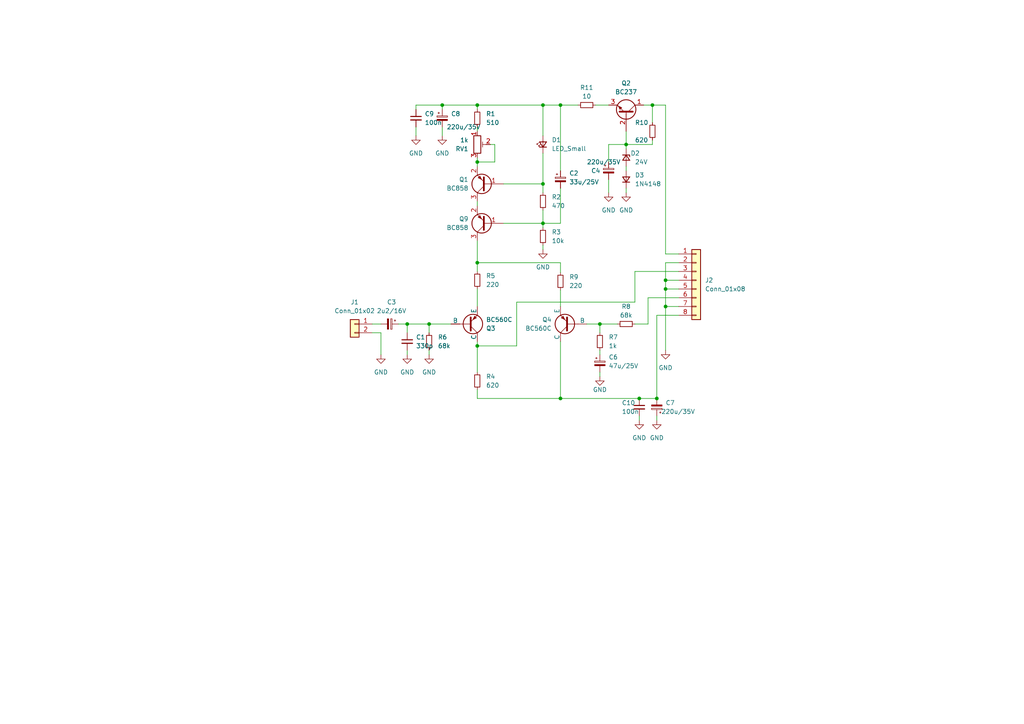
<source format=kicad_sch>
(kicad_sch (version 20230121) (generator eeschema)

  (uuid 6f31cc36-deaf-4ad7-836a-0db420f7cbcc)

  (paper "A4")

  (lib_symbols
    (symbol "Connector_Generic:Conn_01x02" (pin_names (offset 1.016) hide) (in_bom yes) (on_board yes)
      (property "Reference" "J" (at 0 2.54 0)
        (effects (font (size 1.27 1.27)))
      )
      (property "Value" "Conn_01x02" (at 0 -5.08 0)
        (effects (font (size 1.27 1.27)))
      )
      (property "Footprint" "" (at 0 0 0)
        (effects (font (size 1.27 1.27)) hide)
      )
      (property "Datasheet" "~" (at 0 0 0)
        (effects (font (size 1.27 1.27)) hide)
      )
      (property "ki_keywords" "connector" (at 0 0 0)
        (effects (font (size 1.27 1.27)) hide)
      )
      (property "ki_description" "Generic connector, single row, 01x02, script generated (kicad-library-utils/schlib/autogen/connector/)" (at 0 0 0)
        (effects (font (size 1.27 1.27)) hide)
      )
      (property "ki_fp_filters" "Connector*:*_1x??_*" (at 0 0 0)
        (effects (font (size 1.27 1.27)) hide)
      )
      (symbol "Conn_01x02_1_1"
        (rectangle (start -1.27 -2.413) (end 0 -2.667)
          (stroke (width 0.1524) (type default))
          (fill (type none))
        )
        (rectangle (start -1.27 0.127) (end 0 -0.127)
          (stroke (width 0.1524) (type default))
          (fill (type none))
        )
        (rectangle (start -1.27 1.27) (end 1.27 -3.81)
          (stroke (width 0.254) (type default))
          (fill (type background))
        )
        (pin passive line (at -5.08 0 0) (length 3.81)
          (name "Pin_1" (effects (font (size 1.27 1.27))))
          (number "1" (effects (font (size 1.27 1.27))))
        )
        (pin passive line (at -5.08 -2.54 0) (length 3.81)
          (name "Pin_2" (effects (font (size 1.27 1.27))))
          (number "2" (effects (font (size 1.27 1.27))))
        )
      )
    )
    (symbol "Connector_Generic:Conn_01x08" (pin_names (offset 1.016) hide) (in_bom yes) (on_board yes)
      (property "Reference" "J" (at 0 10.16 0)
        (effects (font (size 1.27 1.27)))
      )
      (property "Value" "Conn_01x08" (at 0 -12.7 0)
        (effects (font (size 1.27 1.27)))
      )
      (property "Footprint" "" (at 0 0 0)
        (effects (font (size 1.27 1.27)) hide)
      )
      (property "Datasheet" "~" (at 0 0 0)
        (effects (font (size 1.27 1.27)) hide)
      )
      (property "ki_keywords" "connector" (at 0 0 0)
        (effects (font (size 1.27 1.27)) hide)
      )
      (property "ki_description" "Generic connector, single row, 01x08, script generated (kicad-library-utils/schlib/autogen/connector/)" (at 0 0 0)
        (effects (font (size 1.27 1.27)) hide)
      )
      (property "ki_fp_filters" "Connector*:*_1x??_*" (at 0 0 0)
        (effects (font (size 1.27 1.27)) hide)
      )
      (symbol "Conn_01x08_1_1"
        (rectangle (start -1.27 -10.033) (end 0 -10.287)
          (stroke (width 0.1524) (type default))
          (fill (type none))
        )
        (rectangle (start -1.27 -7.493) (end 0 -7.747)
          (stroke (width 0.1524) (type default))
          (fill (type none))
        )
        (rectangle (start -1.27 -4.953) (end 0 -5.207)
          (stroke (width 0.1524) (type default))
          (fill (type none))
        )
        (rectangle (start -1.27 -2.413) (end 0 -2.667)
          (stroke (width 0.1524) (type default))
          (fill (type none))
        )
        (rectangle (start -1.27 0.127) (end 0 -0.127)
          (stroke (width 0.1524) (type default))
          (fill (type none))
        )
        (rectangle (start -1.27 2.667) (end 0 2.413)
          (stroke (width 0.1524) (type default))
          (fill (type none))
        )
        (rectangle (start -1.27 5.207) (end 0 4.953)
          (stroke (width 0.1524) (type default))
          (fill (type none))
        )
        (rectangle (start -1.27 7.747) (end 0 7.493)
          (stroke (width 0.1524) (type default))
          (fill (type none))
        )
        (rectangle (start -1.27 8.89) (end 1.27 -11.43)
          (stroke (width 0.254) (type default))
          (fill (type background))
        )
        (pin passive line (at -5.08 7.62 0) (length 3.81)
          (name "Pin_1" (effects (font (size 1.27 1.27))))
          (number "1" (effects (font (size 1.27 1.27))))
        )
        (pin passive line (at -5.08 5.08 0) (length 3.81)
          (name "Pin_2" (effects (font (size 1.27 1.27))))
          (number "2" (effects (font (size 1.27 1.27))))
        )
        (pin passive line (at -5.08 2.54 0) (length 3.81)
          (name "Pin_3" (effects (font (size 1.27 1.27))))
          (number "3" (effects (font (size 1.27 1.27))))
        )
        (pin passive line (at -5.08 0 0) (length 3.81)
          (name "Pin_4" (effects (font (size 1.27 1.27))))
          (number "4" (effects (font (size 1.27 1.27))))
        )
        (pin passive line (at -5.08 -2.54 0) (length 3.81)
          (name "Pin_5" (effects (font (size 1.27 1.27))))
          (number "5" (effects (font (size 1.27 1.27))))
        )
        (pin passive line (at -5.08 -5.08 0) (length 3.81)
          (name "Pin_6" (effects (font (size 1.27 1.27))))
          (number "6" (effects (font (size 1.27 1.27))))
        )
        (pin passive line (at -5.08 -7.62 0) (length 3.81)
          (name "Pin_7" (effects (font (size 1.27 1.27))))
          (number "7" (effects (font (size 1.27 1.27))))
        )
        (pin passive line (at -5.08 -10.16 0) (length 3.81)
          (name "Pin_8" (effects (font (size 1.27 1.27))))
          (number "8" (effects (font (size 1.27 1.27))))
        )
      )
    )
    (symbol "Device:C_Polarized_Small" (pin_numbers hide) (pin_names (offset 0.254) hide) (in_bom yes) (on_board yes)
      (property "Reference" "C" (at 0.254 1.778 0)
        (effects (font (size 1.27 1.27)) (justify left))
      )
      (property "Value" "C_Polarized_Small" (at 0.254 -2.032 0)
        (effects (font (size 1.27 1.27)) (justify left))
      )
      (property "Footprint" "" (at 0 0 0)
        (effects (font (size 1.27 1.27)) hide)
      )
      (property "Datasheet" "~" (at 0 0 0)
        (effects (font (size 1.27 1.27)) hide)
      )
      (property "ki_keywords" "cap capacitor" (at 0 0 0)
        (effects (font (size 1.27 1.27)) hide)
      )
      (property "ki_description" "Polarized capacitor, small symbol" (at 0 0 0)
        (effects (font (size 1.27 1.27)) hide)
      )
      (property "ki_fp_filters" "CP_*" (at 0 0 0)
        (effects (font (size 1.27 1.27)) hide)
      )
      (symbol "C_Polarized_Small_0_1"
        (rectangle (start -1.524 -0.3048) (end 1.524 -0.6858)
          (stroke (width 0) (type default))
          (fill (type outline))
        )
        (rectangle (start -1.524 0.6858) (end 1.524 0.3048)
          (stroke (width 0) (type default))
          (fill (type none))
        )
        (polyline
          (pts
            (xy -1.27 1.524)
            (xy -0.762 1.524)
          )
          (stroke (width 0) (type default))
          (fill (type none))
        )
        (polyline
          (pts
            (xy -1.016 1.27)
            (xy -1.016 1.778)
          )
          (stroke (width 0) (type default))
          (fill (type none))
        )
      )
      (symbol "C_Polarized_Small_1_1"
        (pin passive line (at 0 2.54 270) (length 1.8542)
          (name "~" (effects (font (size 1.27 1.27))))
          (number "1" (effects (font (size 1.27 1.27))))
        )
        (pin passive line (at 0 -2.54 90) (length 1.8542)
          (name "~" (effects (font (size 1.27 1.27))))
          (number "2" (effects (font (size 1.27 1.27))))
        )
      )
    )
    (symbol "Device:C_Small" (pin_numbers hide) (pin_names (offset 0.254) hide) (in_bom yes) (on_board yes)
      (property "Reference" "C" (at 0.254 1.778 0)
        (effects (font (size 1.27 1.27)) (justify left))
      )
      (property "Value" "C_Small" (at 0.254 -2.032 0)
        (effects (font (size 1.27 1.27)) (justify left))
      )
      (property "Footprint" "" (at 0 0 0)
        (effects (font (size 1.27 1.27)) hide)
      )
      (property "Datasheet" "~" (at 0 0 0)
        (effects (font (size 1.27 1.27)) hide)
      )
      (property "ki_keywords" "capacitor cap" (at 0 0 0)
        (effects (font (size 1.27 1.27)) hide)
      )
      (property "ki_description" "Unpolarized capacitor, small symbol" (at 0 0 0)
        (effects (font (size 1.27 1.27)) hide)
      )
      (property "ki_fp_filters" "C_*" (at 0 0 0)
        (effects (font (size 1.27 1.27)) hide)
      )
      (symbol "C_Small_0_1"
        (polyline
          (pts
            (xy -1.524 -0.508)
            (xy 1.524 -0.508)
          )
          (stroke (width 0.3302) (type default))
          (fill (type none))
        )
        (polyline
          (pts
            (xy -1.524 0.508)
            (xy 1.524 0.508)
          )
          (stroke (width 0.3048) (type default))
          (fill (type none))
        )
      )
      (symbol "C_Small_1_1"
        (pin passive line (at 0 2.54 270) (length 2.032)
          (name "~" (effects (font (size 1.27 1.27))))
          (number "1" (effects (font (size 1.27 1.27))))
        )
        (pin passive line (at 0 -2.54 90) (length 2.032)
          (name "~" (effects (font (size 1.27 1.27))))
          (number "2" (effects (font (size 1.27 1.27))))
        )
      )
    )
    (symbol "Device:D_Small" (pin_numbers hide) (pin_names (offset 0.254) hide) (in_bom yes) (on_board yes)
      (property "Reference" "D" (at -1.27 2.032 0)
        (effects (font (size 1.27 1.27)) (justify left))
      )
      (property "Value" "D_Small" (at -3.81 -2.032 0)
        (effects (font (size 1.27 1.27)) (justify left))
      )
      (property "Footprint" "" (at 0 0 90)
        (effects (font (size 1.27 1.27)) hide)
      )
      (property "Datasheet" "~" (at 0 0 90)
        (effects (font (size 1.27 1.27)) hide)
      )
      (property "Sim.Device" "D" (at 0 0 0)
        (effects (font (size 1.27 1.27)) hide)
      )
      (property "Sim.Pins" "1=K 2=A" (at 0 0 0)
        (effects (font (size 1.27 1.27)) hide)
      )
      (property "ki_keywords" "diode" (at 0 0 0)
        (effects (font (size 1.27 1.27)) hide)
      )
      (property "ki_description" "Diode, small symbol" (at 0 0 0)
        (effects (font (size 1.27 1.27)) hide)
      )
      (property "ki_fp_filters" "TO-???* *_Diode_* *SingleDiode* D_*" (at 0 0 0)
        (effects (font (size 1.27 1.27)) hide)
      )
      (symbol "D_Small_0_1"
        (polyline
          (pts
            (xy -0.762 -1.016)
            (xy -0.762 1.016)
          )
          (stroke (width 0.254) (type default))
          (fill (type none))
        )
        (polyline
          (pts
            (xy -0.762 0)
            (xy 0.762 0)
          )
          (stroke (width 0) (type default))
          (fill (type none))
        )
        (polyline
          (pts
            (xy 0.762 -1.016)
            (xy -0.762 0)
            (xy 0.762 1.016)
            (xy 0.762 -1.016)
          )
          (stroke (width 0.254) (type default))
          (fill (type none))
        )
      )
      (symbol "D_Small_1_1"
        (pin passive line (at -2.54 0 0) (length 1.778)
          (name "K" (effects (font (size 1.27 1.27))))
          (number "1" (effects (font (size 1.27 1.27))))
        )
        (pin passive line (at 2.54 0 180) (length 1.778)
          (name "A" (effects (font (size 1.27 1.27))))
          (number "2" (effects (font (size 1.27 1.27))))
        )
      )
    )
    (symbol "Device:D_Zener_Small" (pin_numbers hide) (pin_names (offset 0.254) hide) (in_bom yes) (on_board yes)
      (property "Reference" "D" (at 0 2.286 0)
        (effects (font (size 1.27 1.27)))
      )
      (property "Value" "D_Zener_Small" (at 0 -2.286 0)
        (effects (font (size 1.27 1.27)))
      )
      (property "Footprint" "" (at 0 0 90)
        (effects (font (size 1.27 1.27)) hide)
      )
      (property "Datasheet" "~" (at 0 0 90)
        (effects (font (size 1.27 1.27)) hide)
      )
      (property "ki_keywords" "diode" (at 0 0 0)
        (effects (font (size 1.27 1.27)) hide)
      )
      (property "ki_description" "Zener diode, small symbol" (at 0 0 0)
        (effects (font (size 1.27 1.27)) hide)
      )
      (property "ki_fp_filters" "TO-???* *_Diode_* *SingleDiode* D_*" (at 0 0 0)
        (effects (font (size 1.27 1.27)) hide)
      )
      (symbol "D_Zener_Small_0_1"
        (polyline
          (pts
            (xy 0.762 0)
            (xy -0.762 0)
          )
          (stroke (width 0) (type default))
          (fill (type none))
        )
        (polyline
          (pts
            (xy -0.254 1.016)
            (xy -0.762 1.016)
            (xy -0.762 -1.016)
          )
          (stroke (width 0.254) (type default))
          (fill (type none))
        )
        (polyline
          (pts
            (xy 0.762 1.016)
            (xy -0.762 0)
            (xy 0.762 -1.016)
            (xy 0.762 1.016)
          )
          (stroke (width 0.254) (type default))
          (fill (type none))
        )
      )
      (symbol "D_Zener_Small_1_1"
        (pin passive line (at -2.54 0 0) (length 1.778)
          (name "K" (effects (font (size 1.27 1.27))))
          (number "1" (effects (font (size 1.27 1.27))))
        )
        (pin passive line (at 2.54 0 180) (length 1.778)
          (name "A" (effects (font (size 1.27 1.27))))
          (number "2" (effects (font (size 1.27 1.27))))
        )
      )
    )
    (symbol "Device:LED_Small" (pin_numbers hide) (pin_names (offset 0.254) hide) (in_bom yes) (on_board yes)
      (property "Reference" "D" (at -1.27 3.175 0)
        (effects (font (size 1.27 1.27)) (justify left))
      )
      (property "Value" "LED_Small" (at -4.445 -2.54 0)
        (effects (font (size 1.27 1.27)) (justify left))
      )
      (property "Footprint" "" (at 0 0 90)
        (effects (font (size 1.27 1.27)) hide)
      )
      (property "Datasheet" "~" (at 0 0 90)
        (effects (font (size 1.27 1.27)) hide)
      )
      (property "ki_keywords" "LED diode light-emitting-diode" (at 0 0 0)
        (effects (font (size 1.27 1.27)) hide)
      )
      (property "ki_description" "Light emitting diode, small symbol" (at 0 0 0)
        (effects (font (size 1.27 1.27)) hide)
      )
      (property "ki_fp_filters" "LED* LED_SMD:* LED_THT:*" (at 0 0 0)
        (effects (font (size 1.27 1.27)) hide)
      )
      (symbol "LED_Small_0_1"
        (polyline
          (pts
            (xy -0.762 -1.016)
            (xy -0.762 1.016)
          )
          (stroke (width 0.254) (type default))
          (fill (type none))
        )
        (polyline
          (pts
            (xy 1.016 0)
            (xy -0.762 0)
          )
          (stroke (width 0) (type default))
          (fill (type none))
        )
        (polyline
          (pts
            (xy 0.762 -1.016)
            (xy -0.762 0)
            (xy 0.762 1.016)
            (xy 0.762 -1.016)
          )
          (stroke (width 0.254) (type default))
          (fill (type none))
        )
        (polyline
          (pts
            (xy 0 0.762)
            (xy -0.508 1.27)
            (xy -0.254 1.27)
            (xy -0.508 1.27)
            (xy -0.508 1.016)
          )
          (stroke (width 0) (type default))
          (fill (type none))
        )
        (polyline
          (pts
            (xy 0.508 1.27)
            (xy 0 1.778)
            (xy 0.254 1.778)
            (xy 0 1.778)
            (xy 0 1.524)
          )
          (stroke (width 0) (type default))
          (fill (type none))
        )
      )
      (symbol "LED_Small_1_1"
        (pin passive line (at -2.54 0 0) (length 1.778)
          (name "K" (effects (font (size 1.27 1.27))))
          (number "1" (effects (font (size 1.27 1.27))))
        )
        (pin passive line (at 2.54 0 180) (length 1.778)
          (name "A" (effects (font (size 1.27 1.27))))
          (number "2" (effects (font (size 1.27 1.27))))
        )
      )
    )
    (symbol "Device:R_Potentiometer_Trim" (pin_names (offset 1.016) hide) (in_bom yes) (on_board yes)
      (property "Reference" "RV" (at -4.445 0 90)
        (effects (font (size 1.27 1.27)))
      )
      (property "Value" "R_Potentiometer_Trim" (at -2.54 0 90)
        (effects (font (size 1.27 1.27)))
      )
      (property "Footprint" "" (at 0 0 0)
        (effects (font (size 1.27 1.27)) hide)
      )
      (property "Datasheet" "~" (at 0 0 0)
        (effects (font (size 1.27 1.27)) hide)
      )
      (property "ki_keywords" "resistor variable trimpot trimmer" (at 0 0 0)
        (effects (font (size 1.27 1.27)) hide)
      )
      (property "ki_description" "Trim-potentiometer" (at 0 0 0)
        (effects (font (size 1.27 1.27)) hide)
      )
      (property "ki_fp_filters" "Potentiometer*" (at 0 0 0)
        (effects (font (size 1.27 1.27)) hide)
      )
      (symbol "R_Potentiometer_Trim_0_1"
        (polyline
          (pts
            (xy 1.524 0.762)
            (xy 1.524 -0.762)
          )
          (stroke (width 0) (type default))
          (fill (type none))
        )
        (polyline
          (pts
            (xy 2.54 0)
            (xy 1.524 0)
          )
          (stroke (width 0) (type default))
          (fill (type none))
        )
        (rectangle (start 1.016 2.54) (end -1.016 -2.54)
          (stroke (width 0.254) (type default))
          (fill (type none))
        )
      )
      (symbol "R_Potentiometer_Trim_1_1"
        (pin passive line (at 0 3.81 270) (length 1.27)
          (name "1" (effects (font (size 1.27 1.27))))
          (number "1" (effects (font (size 1.27 1.27))))
        )
        (pin passive line (at 3.81 0 180) (length 1.27)
          (name "2" (effects (font (size 1.27 1.27))))
          (number "2" (effects (font (size 1.27 1.27))))
        )
        (pin passive line (at 0 -3.81 90) (length 1.27)
          (name "3" (effects (font (size 1.27 1.27))))
          (number "3" (effects (font (size 1.27 1.27))))
        )
      )
    )
    (symbol "Device:R_Small" (pin_numbers hide) (pin_names (offset 0.254) hide) (in_bom yes) (on_board yes)
      (property "Reference" "R" (at 0.762 0.508 0)
        (effects (font (size 1.27 1.27)) (justify left))
      )
      (property "Value" "R_Small" (at 0.762 -1.016 0)
        (effects (font (size 1.27 1.27)) (justify left))
      )
      (property "Footprint" "" (at 0 0 0)
        (effects (font (size 1.27 1.27)) hide)
      )
      (property "Datasheet" "~" (at 0 0 0)
        (effects (font (size 1.27 1.27)) hide)
      )
      (property "ki_keywords" "R resistor" (at 0 0 0)
        (effects (font (size 1.27 1.27)) hide)
      )
      (property "ki_description" "Resistor, small symbol" (at 0 0 0)
        (effects (font (size 1.27 1.27)) hide)
      )
      (property "ki_fp_filters" "R_*" (at 0 0 0)
        (effects (font (size 1.27 1.27)) hide)
      )
      (symbol "R_Small_0_1"
        (rectangle (start -0.762 1.778) (end 0.762 -1.778)
          (stroke (width 0.2032) (type default))
          (fill (type none))
        )
      )
      (symbol "R_Small_1_1"
        (pin passive line (at 0 2.54 270) (length 0.762)
          (name "~" (effects (font (size 1.27 1.27))))
          (number "1" (effects (font (size 1.27 1.27))))
        )
        (pin passive line (at 0 -2.54 90) (length 0.762)
          (name "~" (effects (font (size 1.27 1.27))))
          (number "2" (effects (font (size 1.27 1.27))))
        )
      )
    )
    (symbol "Simulation_SPICE:PNP" (pin_numbers hide) (pin_names (offset 0)) (in_bom yes) (on_board yes)
      (property "Reference" "Q" (at -2.54 7.62 0)
        (effects (font (size 1.27 1.27)))
      )
      (property "Value" "PNP" (at -2.54 5.08 0)
        (effects (font (size 1.27 1.27)))
      )
      (property "Footprint" "" (at 35.56 0 0)
        (effects (font (size 1.27 1.27)) hide)
      )
      (property "Datasheet" "~" (at 35.56 0 0)
        (effects (font (size 1.27 1.27)) hide)
      )
      (property "Sim.Device" "PNP" (at 0 0 0)
        (effects (font (size 1.27 1.27)) hide)
      )
      (property "Sim.Type" "GUMMELPOON" (at 0 0 0)
        (effects (font (size 1.27 1.27)) hide)
      )
      (property "Sim.Pins" "1=C 2=B 3=E" (at 0 0 0)
        (effects (font (size 1.27 1.27)) hide)
      )
      (property "ki_keywords" "simulation" (at 0 0 0)
        (effects (font (size 1.27 1.27)) hide)
      )
      (property "ki_description" "Bipolar transistor symbol for simulation only, substrate tied to the emitter" (at 0 0 0)
        (effects (font (size 1.27 1.27)) hide)
      )
      (symbol "PNP_0_1"
        (polyline
          (pts
            (xy -2.54 0)
            (xy 0.635 0)
          )
          (stroke (width 0.1524) (type default))
          (fill (type none))
        )
        (polyline
          (pts
            (xy 0.635 0.635)
            (xy 2.54 2.54)
          )
          (stroke (width 0) (type default))
          (fill (type none))
        )
        (polyline
          (pts
            (xy 0.635 -0.635)
            (xy 2.54 -2.54)
            (xy 2.54 -2.54)
          )
          (stroke (width 0) (type default))
          (fill (type none))
        )
        (polyline
          (pts
            (xy 0.635 1.905)
            (xy 0.635 -1.905)
            (xy 0.635 -1.905)
          )
          (stroke (width 0.508) (type default))
          (fill (type none))
        )
        (polyline
          (pts
            (xy 2.286 -1.778)
            (xy 1.778 -2.286)
            (xy 1.27 -1.27)
            (xy 2.286 -1.778)
            (xy 2.286 -1.778)
          )
          (stroke (width 0) (type default))
          (fill (type outline))
        )
        (circle (center 1.27 0) (radius 2.8194)
          (stroke (width 0.254) (type default))
          (fill (type none))
        )
      )
      (symbol "PNP_1_1"
        (pin open_collector line (at 2.54 5.08 270) (length 2.54)
          (name "C" (effects (font (size 1.27 1.27))))
          (number "1" (effects (font (size 1.27 1.27))))
        )
        (pin input line (at -5.08 0 0) (length 2.54)
          (name "B" (effects (font (size 1.27 1.27))))
          (number "2" (effects (font (size 1.27 1.27))))
        )
        (pin open_emitter line (at 2.54 -5.08 90) (length 2.54)
          (name "E" (effects (font (size 1.27 1.27))))
          (number "3" (effects (font (size 1.27 1.27))))
        )
      )
    )
    (symbol "Transistor_BJT:BC237" (pin_names (offset 0) hide) (in_bom yes) (on_board yes)
      (property "Reference" "Q" (at 5.08 1.905 0)
        (effects (font (size 1.27 1.27)) (justify left))
      )
      (property "Value" "BC237" (at 5.08 0 0)
        (effects (font (size 1.27 1.27)) (justify left))
      )
      (property "Footprint" "Package_TO_SOT_THT:TO-92_Inline" (at 5.08 -1.905 0)
        (effects (font (size 1.27 1.27) italic) (justify left) hide)
      )
      (property "Datasheet" "http://www.onsemi.com/pub_link/Collateral/BC237-D.PDF" (at 0 0 0)
        (effects (font (size 1.27 1.27)) (justify left) hide)
      )
      (property "ki_keywords" "Epitaxial Silicon NPN Transistor" (at 0 0 0)
        (effects (font (size 1.27 1.27)) hide)
      )
      (property "ki_description" "100mA Ic, 50V Vce, Epitaxial Silicon NPN Transistor, TO-92" (at 0 0 0)
        (effects (font (size 1.27 1.27)) hide)
      )
      (property "ki_fp_filters" "TO?92*" (at 0 0 0)
        (effects (font (size 1.27 1.27)) hide)
      )
      (symbol "BC237_0_1"
        (polyline
          (pts
            (xy 0 0)
            (xy 0.635 0)
          )
          (stroke (width 0) (type default))
          (fill (type none))
        )
        (polyline
          (pts
            (xy 0.635 0.635)
            (xy 2.54 2.54)
          )
          (stroke (width 0) (type default))
          (fill (type none))
        )
        (polyline
          (pts
            (xy 0.635 -0.635)
            (xy 2.54 -2.54)
            (xy 2.54 -2.54)
          )
          (stroke (width 0) (type default))
          (fill (type none))
        )
        (polyline
          (pts
            (xy 0.635 1.905)
            (xy 0.635 -1.905)
            (xy 0.635 -1.905)
          )
          (stroke (width 0.508) (type default))
          (fill (type none))
        )
        (polyline
          (pts
            (xy 1.27 -1.778)
            (xy 1.778 -1.27)
            (xy 2.286 -2.286)
            (xy 1.27 -1.778)
            (xy 1.27 -1.778)
          )
          (stroke (width 0) (type default))
          (fill (type outline))
        )
        (circle (center 1.27 0) (radius 2.8194)
          (stroke (width 0.254) (type default))
          (fill (type none))
        )
      )
      (symbol "BC237_1_1"
        (pin passive line (at 2.54 5.08 270) (length 2.54)
          (name "C" (effects (font (size 1.27 1.27))))
          (number "1" (effects (font (size 1.27 1.27))))
        )
        (pin input line (at -5.08 0 0) (length 5.08)
          (name "B" (effects (font (size 1.27 1.27))))
          (number "2" (effects (font (size 1.27 1.27))))
        )
        (pin passive line (at 2.54 -5.08 90) (length 2.54)
          (name "E" (effects (font (size 1.27 1.27))))
          (number "3" (effects (font (size 1.27 1.27))))
        )
      )
    )
    (symbol "Transistor_BJT:BC858" (pin_names (offset 0) hide) (in_bom yes) (on_board yes)
      (property "Reference" "Q" (at 5.08 1.905 0)
        (effects (font (size 1.27 1.27)) (justify left))
      )
      (property "Value" "BC858" (at 5.08 0 0)
        (effects (font (size 1.27 1.27)) (justify left))
      )
      (property "Footprint" "Package_TO_SOT_SMD:SOT-23" (at 5.08 -1.905 0)
        (effects (font (size 1.27 1.27) italic) (justify left) hide)
      )
      (property "Datasheet" "https://www.onsemi.com/pub/Collateral/BC860-D.pdf" (at 0 0 0)
        (effects (font (size 1.27 1.27)) (justify left) hide)
      )
      (property "ki_keywords" "PNP transistor" (at 0 0 0)
        (effects (font (size 1.27 1.27)) hide)
      )
      (property "ki_description" "0.1A Ic, 30V Vce, PNP Transistor, SOT-23" (at 0 0 0)
        (effects (font (size 1.27 1.27)) hide)
      )
      (property "ki_fp_filters" "SOT?23*" (at 0 0 0)
        (effects (font (size 1.27 1.27)) hide)
      )
      (symbol "BC858_0_1"
        (polyline
          (pts
            (xy 0.635 0.635)
            (xy 2.54 2.54)
          )
          (stroke (width 0) (type default))
          (fill (type none))
        )
        (polyline
          (pts
            (xy 0.635 -0.635)
            (xy 2.54 -2.54)
            (xy 2.54 -2.54)
          )
          (stroke (width 0) (type default))
          (fill (type none))
        )
        (polyline
          (pts
            (xy 0.635 1.905)
            (xy 0.635 -1.905)
            (xy 0.635 -1.905)
          )
          (stroke (width 0.508) (type default))
          (fill (type none))
        )
        (polyline
          (pts
            (xy 2.286 -1.778)
            (xy 1.778 -2.286)
            (xy 1.27 -1.27)
            (xy 2.286 -1.778)
            (xy 2.286 -1.778)
          )
          (stroke (width 0) (type default))
          (fill (type outline))
        )
        (circle (center 1.27 0) (radius 2.8194)
          (stroke (width 0.254) (type default))
          (fill (type none))
        )
      )
      (symbol "BC858_1_1"
        (pin input line (at -5.08 0 0) (length 5.715)
          (name "B" (effects (font (size 1.27 1.27))))
          (number "1" (effects (font (size 1.27 1.27))))
        )
        (pin passive line (at 2.54 -5.08 90) (length 2.54)
          (name "E" (effects (font (size 1.27 1.27))))
          (number "2" (effects (font (size 1.27 1.27))))
        )
        (pin passive line (at 2.54 5.08 270) (length 2.54)
          (name "C" (effects (font (size 1.27 1.27))))
          (number "3" (effects (font (size 1.27 1.27))))
        )
      )
    )
    (symbol "power:GND" (power) (pin_names (offset 0)) (in_bom yes) (on_board yes)
      (property "Reference" "#PWR" (at 0 -6.35 0)
        (effects (font (size 1.27 1.27)) hide)
      )
      (property "Value" "GND" (at 0 -3.81 0)
        (effects (font (size 1.27 1.27)))
      )
      (property "Footprint" "" (at 0 0 0)
        (effects (font (size 1.27 1.27)) hide)
      )
      (property "Datasheet" "" (at 0 0 0)
        (effects (font (size 1.27 1.27)) hide)
      )
      (property "ki_keywords" "global power" (at 0 0 0)
        (effects (font (size 1.27 1.27)) hide)
      )
      (property "ki_description" "Power symbol creates a global label with name \"GND\" , ground" (at 0 0 0)
        (effects (font (size 1.27 1.27)) hide)
      )
      (symbol "GND_0_1"
        (polyline
          (pts
            (xy 0 0)
            (xy 0 -1.27)
            (xy 1.27 -1.27)
            (xy 0 -2.54)
            (xy -1.27 -1.27)
            (xy 0 -1.27)
          )
          (stroke (width 0) (type default))
          (fill (type none))
        )
      )
      (symbol "GND_1_1"
        (pin power_in line (at 0 0 270) (length 0) hide
          (name "GND" (effects (font (size 1.27 1.27))))
          (number "1" (effects (font (size 1.27 1.27))))
        )
      )
    )
  )

  (junction (at 157.48 30.48) (diameter 0) (color 0 0 0 0)
    (uuid 035e0583-8d49-463c-8906-cf7542a91e03)
  )
  (junction (at 157.48 53.34) (diameter 0) (color 0 0 0 0)
    (uuid 201fd4d1-152e-4e4b-a6bd-7c1b8805a4f6)
  )
  (junction (at 193.04 81.28) (diameter 0) (color 0 0 0 0)
    (uuid 25bf7b73-2449-4e6d-b0e8-aad47a0c9153)
  )
  (junction (at 138.43 46.99) (diameter 0) (color 0 0 0 0)
    (uuid 2ee75b19-938e-46d6-9cb0-4eaa45970703)
  )
  (junction (at 124.46 93.98) (diameter 0) (color 0 0 0 0)
    (uuid 3adaf331-6a38-41ae-a6d3-d54cf726e8c6)
  )
  (junction (at 157.48 64.77) (diameter 0) (color 0 0 0 0)
    (uuid 4d4f5cd1-4e4a-4558-b81e-d889df738ee8)
  )
  (junction (at 193.04 83.82) (diameter 0) (color 0 0 0 0)
    (uuid 5920e284-233a-4cbc-8b9a-5a4da2b83745)
  )
  (junction (at 193.04 88.9) (diameter 0) (color 0 0 0 0)
    (uuid 62a104cc-4bf9-444d-b0be-3647a0ede373)
  )
  (junction (at 138.43 76.2) (diameter 0) (color 0 0 0 0)
    (uuid 6e0f483d-579e-4816-9d67-8e9d6ecef828)
  )
  (junction (at 185.42 115.57) (diameter 0) (color 0 0 0 0)
    (uuid 7e62530b-0220-4145-920b-20a390691c9d)
  )
  (junction (at 128.27 30.48) (diameter 0) (color 0 0 0 0)
    (uuid 830d9109-6490-4651-9f8e-ade372cdaca2)
  )
  (junction (at 138.43 100.33) (diameter 0) (color 0 0 0 0)
    (uuid 8d5356e7-1007-4695-b91c-334e245f5180)
  )
  (junction (at 181.61 41.91) (diameter 0) (color 0 0 0 0)
    (uuid 97a819fe-55a6-4970-9a61-dfe323060fe2)
  )
  (junction (at 162.56 115.57) (diameter 0) (color 0 0 0 0)
    (uuid b31bef8f-75fb-4c21-a561-5fbe8eb85af8)
  )
  (junction (at 189.23 30.48) (diameter 0) (color 0 0 0 0)
    (uuid c3aa6881-a46e-45dd-b3a5-44b159e39414)
  )
  (junction (at 138.43 30.48) (diameter 0) (color 0 0 0 0)
    (uuid cf16daed-5bf2-497d-bb38-5f88b5c79f70)
  )
  (junction (at 173.99 93.98) (diameter 0) (color 0 0 0 0)
    (uuid dd30597a-8a74-498c-b679-0cf6687bf3de)
  )
  (junction (at 190.5 115.57) (diameter 0) (color 0 0 0 0)
    (uuid de6551f0-3dd9-4819-b2f9-81c4b7aacaec)
  )
  (junction (at 162.56 30.48) (diameter 0) (color 0 0 0 0)
    (uuid dffe7864-bd7d-4b7f-9bcd-ab2f3ac0df62)
  )
  (junction (at 118.11 93.98) (diameter 0) (color 0 0 0 0)
    (uuid fe1e7117-fae2-479d-913b-17d8692ac1f3)
  )

  (wire (pts (xy 120.65 30.48) (xy 120.65 31.75))
    (stroke (width 0) (type default))
    (uuid 019f3f08-8dd7-4629-9718-a20216be57ca)
  )
  (wire (pts (xy 138.43 58.42) (xy 138.43 59.69))
    (stroke (width 0) (type default))
    (uuid 055c60d1-1942-4e4e-b622-f2c8e159af4b)
  )
  (wire (pts (xy 173.99 107.95) (xy 173.99 109.22))
    (stroke (width 0) (type default))
    (uuid 079ffdcd-c60b-46a2-acd0-94a582d19071)
  )
  (wire (pts (xy 157.48 53.34) (xy 157.48 55.88))
    (stroke (width 0) (type default))
    (uuid 09393eaf-e799-433b-a346-758168a4fce6)
  )
  (wire (pts (xy 107.95 96.52) (xy 110.49 96.52))
    (stroke (width 0) (type default))
    (uuid 09cf0f0f-fbf7-474f-bf8e-f4234e3390b5)
  )
  (wire (pts (xy 128.27 31.75) (xy 128.27 30.48))
    (stroke (width 0) (type default))
    (uuid 0eb7b2c7-cbdb-4b1f-a6e2-be7546062b06)
  )
  (wire (pts (xy 193.04 81.28) (xy 196.85 81.28))
    (stroke (width 0) (type default))
    (uuid 1d22b485-05c5-4303-a8d3-009bdd1d8566)
  )
  (wire (pts (xy 196.85 73.66) (xy 193.04 73.66))
    (stroke (width 0) (type default))
    (uuid 21d1451a-fb0c-457e-afe1-24c046415f5f)
  )
  (wire (pts (xy 157.48 60.96) (xy 157.48 64.77))
    (stroke (width 0) (type default))
    (uuid 24c4a3fb-0906-4970-80c6-8c98be5c1783)
  )
  (wire (pts (xy 176.53 52.07) (xy 176.53 55.88))
    (stroke (width 0) (type default))
    (uuid 27b7e29e-f93d-4ef1-8ab7-f1f8a2ee8eb0)
  )
  (wire (pts (xy 142.24 41.91) (xy 143.51 41.91))
    (stroke (width 0) (type default))
    (uuid 2c27819f-11a3-4038-ac3c-ab01a0815299)
  )
  (wire (pts (xy 149.86 87.63) (xy 184.15 87.63))
    (stroke (width 0) (type default))
    (uuid 2cf1b0ab-148c-483d-a53d-705e7c45604e)
  )
  (wire (pts (xy 110.49 102.87) (xy 110.49 96.52))
    (stroke (width 0) (type default))
    (uuid 2dec40a2-beef-4790-bafa-0a9459f2902a)
  )
  (wire (pts (xy 196.85 76.2) (xy 193.04 76.2))
    (stroke (width 0) (type default))
    (uuid 318d4dea-d409-4b4d-9698-b38e0716ad5f)
  )
  (wire (pts (xy 124.46 93.98) (xy 130.81 93.98))
    (stroke (width 0) (type default))
    (uuid 329b4884-b5ee-4530-8bb8-9e99ac2c7533)
  )
  (wire (pts (xy 162.56 115.57) (xy 185.42 115.57))
    (stroke (width 0) (type default))
    (uuid 32a8afc9-feb3-472f-8e19-bcc1b154d1ca)
  )
  (wire (pts (xy 193.04 83.82) (xy 193.04 88.9))
    (stroke (width 0) (type default))
    (uuid 34ea1c23-0734-490f-aa8f-c46c75de9d94)
  )
  (wire (pts (xy 138.43 30.48) (xy 157.48 30.48))
    (stroke (width 0) (type default))
    (uuid 35d0b748-5153-49af-bfdb-f51ad7229613)
  )
  (wire (pts (xy 138.43 69.85) (xy 138.43 76.2))
    (stroke (width 0) (type default))
    (uuid 3ac6a86c-929c-4c08-accb-f03d867cf713)
  )
  (wire (pts (xy 157.48 71.12) (xy 157.48 72.39))
    (stroke (width 0) (type default))
    (uuid 3adfe751-07c8-4276-90dc-01871a7b7e9d)
  )
  (wire (pts (xy 172.72 30.48) (xy 176.53 30.48))
    (stroke (width 0) (type default))
    (uuid 3c90d084-eb2c-43b3-bbca-edc5e69e3658)
  )
  (wire (pts (xy 186.69 30.48) (xy 189.23 30.48))
    (stroke (width 0) (type default))
    (uuid 442d6cd8-2c4b-41e2-a0b4-f6cd3d715c8b)
  )
  (wire (pts (xy 118.11 93.98) (xy 124.46 93.98))
    (stroke (width 0) (type default))
    (uuid 44a5103e-0868-4263-8a0c-92c3bc946768)
  )
  (wire (pts (xy 193.04 88.9) (xy 193.04 101.6))
    (stroke (width 0) (type default))
    (uuid 45267256-35cb-4722-a55f-ffa9168f7e7b)
  )
  (wire (pts (xy 170.18 93.98) (xy 173.99 93.98))
    (stroke (width 0) (type default))
    (uuid 464b266f-0f8b-4908-9b0d-f89578ca08f7)
  )
  (wire (pts (xy 193.04 76.2) (xy 193.04 81.28))
    (stroke (width 0) (type default))
    (uuid 466481b0-ccbf-4739-9311-b857d3c3f21f)
  )
  (wire (pts (xy 124.46 101.6) (xy 124.46 102.87))
    (stroke (width 0) (type default))
    (uuid 47bc0733-6418-4882-94e6-734ae181439d)
  )
  (wire (pts (xy 185.42 115.57) (xy 190.5 115.57))
    (stroke (width 0) (type default))
    (uuid 47cd3b41-af38-471e-92a2-21cf29f9604c)
  )
  (wire (pts (xy 138.43 36.83) (xy 138.43 38.1))
    (stroke (width 0) (type default))
    (uuid 4ae8f094-3a56-42af-9c44-c97631eb4b02)
  )
  (wire (pts (xy 181.61 41.91) (xy 181.61 43.18))
    (stroke (width 0) (type default))
    (uuid 4b02f839-aceb-485d-8fdf-9be260ad36f8)
  )
  (wire (pts (xy 162.56 49.53) (xy 162.56 30.48))
    (stroke (width 0) (type default))
    (uuid 4c3801df-60da-42cd-b3b7-ce65a12b6fff)
  )
  (wire (pts (xy 181.61 55.88) (xy 181.61 54.61))
    (stroke (width 0) (type default))
    (uuid 4c68061c-43b7-4f8b-b64e-2afd0e455f2d)
  )
  (wire (pts (xy 146.05 53.34) (xy 157.48 53.34))
    (stroke (width 0) (type default))
    (uuid 4f7e29be-40c4-46a0-9626-90a394667acb)
  )
  (wire (pts (xy 181.61 48.26) (xy 181.61 49.53))
    (stroke (width 0) (type default))
    (uuid 52c63b3f-a709-497a-b965-f719020c9e78)
  )
  (wire (pts (xy 184.15 78.74) (xy 196.85 78.74))
    (stroke (width 0) (type default))
    (uuid 584e6e47-91c0-4e0f-b544-1aad1311aa88)
  )
  (wire (pts (xy 138.43 76.2) (xy 162.56 76.2))
    (stroke (width 0) (type default))
    (uuid 5c8f77b2-5888-41dd-a773-2ff579ee51dd)
  )
  (wire (pts (xy 189.23 30.48) (xy 189.23 35.56))
    (stroke (width 0) (type default))
    (uuid 5d1b4540-88f9-4d78-9ead-54dee7902a37)
  )
  (wire (pts (xy 184.15 87.63) (xy 184.15 78.74))
    (stroke (width 0) (type default))
    (uuid 5de733fc-ff08-4bc3-99f4-698e962a4cea)
  )
  (wire (pts (xy 118.11 93.98) (xy 118.11 96.52))
    (stroke (width 0) (type default))
    (uuid 60fee66d-3cc2-4fc8-826d-c46b950dbd3e)
  )
  (wire (pts (xy 118.11 101.6) (xy 118.11 102.87))
    (stroke (width 0) (type default))
    (uuid 619fa879-325b-4767-8ce5-427245cebdef)
  )
  (wire (pts (xy 138.43 46.99) (xy 143.51 46.99))
    (stroke (width 0) (type default))
    (uuid 638c1df4-0bae-473a-8634-b450705e8fa5)
  )
  (wire (pts (xy 173.99 93.98) (xy 173.99 96.52))
    (stroke (width 0) (type default))
    (uuid 66569f9e-3237-4fb0-ad47-684f660ac9dc)
  )
  (wire (pts (xy 176.53 41.91) (xy 176.53 46.99))
    (stroke (width 0) (type default))
    (uuid 6d7d62ad-33ca-4d19-9039-78c1bc985e55)
  )
  (wire (pts (xy 162.56 88.9) (xy 162.56 84.1429))
    (stroke (width 0) (type default))
    (uuid 6f6e64a3-f392-4803-b925-335dcacf93fb)
  )
  (wire (pts (xy 162.56 99.06) (xy 162.56 115.57))
    (stroke (width 0) (type default))
    (uuid 721d2b12-0580-49df-98dc-ebb61c98a4bc)
  )
  (wire (pts (xy 181.61 38.1) (xy 181.61 41.91))
    (stroke (width 0) (type default))
    (uuid 72d2c9d6-9dc4-4c1b-9d8e-4225c0269d22)
  )
  (wire (pts (xy 193.04 81.28) (xy 193.04 83.82))
    (stroke (width 0) (type default))
    (uuid 7897100c-09e7-40d3-8e7c-abf14746c4ab)
  )
  (wire (pts (xy 146.05 64.77) (xy 157.48 64.77))
    (stroke (width 0) (type default))
    (uuid 7fb7b6f1-d3d9-4b46-b308-f0634cf06f45)
  )
  (wire (pts (xy 185.42 121.92) (xy 185.42 120.65))
    (stroke (width 0) (type default))
    (uuid 80d88848-41df-446e-8083-403c4c1c83ae)
  )
  (wire (pts (xy 138.43 115.57) (xy 162.56 115.57))
    (stroke (width 0) (type default))
    (uuid 812395cd-b40d-4fa3-9720-2d62ec51c792)
  )
  (wire (pts (xy 196.85 91.44) (xy 190.5 91.44))
    (stroke (width 0) (type default))
    (uuid 8250d9fc-304f-4e8a-aa73-7cca60ba0eb1)
  )
  (wire (pts (xy 187.96 86.36) (xy 187.96 93.98))
    (stroke (width 0) (type default))
    (uuid 826b8b8f-b758-428b-98ae-777069b2be35)
  )
  (wire (pts (xy 187.96 86.36) (xy 196.85 86.36))
    (stroke (width 0) (type default))
    (uuid 85173134-a0e4-42ac-8138-61e76d3a7143)
  )
  (wire (pts (xy 138.43 45.72) (xy 138.43 46.99))
    (stroke (width 0) (type default))
    (uuid 858b6c57-fb3b-457d-832c-62d18a8d4735)
  )
  (wire (pts (xy 176.53 41.91) (xy 181.61 41.91))
    (stroke (width 0) (type default))
    (uuid 8b050591-3377-46d7-ab2d-53ccca4b3043)
  )
  (wire (pts (xy 190.5 121.92) (xy 190.5 120.65))
    (stroke (width 0) (type default))
    (uuid 904067d2-8d39-42ea-8245-72b702dedfa3)
  )
  (wire (pts (xy 162.56 79.0629) (xy 162.56 76.2))
    (stroke (width 0) (type default))
    (uuid 95f9d459-d277-48b6-a355-3c129adfa338)
  )
  (wire (pts (xy 115.57 93.98) (xy 118.11 93.98))
    (stroke (width 0) (type default))
    (uuid 9aa188d0-67d4-47ea-8f77-0aaba0d9a8cd)
  )
  (wire (pts (xy 157.48 44.45) (xy 157.48 53.34))
    (stroke (width 0) (type default))
    (uuid 9f20bdb9-4952-4300-9171-cb770511d77f)
  )
  (wire (pts (xy 157.48 30.48) (xy 162.56 30.48))
    (stroke (width 0) (type default))
    (uuid a2ba1737-0add-4348-bfca-89f642ae5476)
  )
  (wire (pts (xy 157.48 30.48) (xy 157.48 39.37))
    (stroke (width 0) (type default))
    (uuid a594b6a4-4dec-4585-b28e-b1ab297c79ea)
  )
  (wire (pts (xy 138.43 76.2) (xy 138.43 78.74))
    (stroke (width 0) (type default))
    (uuid a6e2e111-47a7-423c-9b45-54dcbdeff9ed)
  )
  (wire (pts (xy 189.23 40.64) (xy 189.23 41.91))
    (stroke (width 0) (type default))
    (uuid b1b0d3b2-1178-4d54-aa0f-64f39ceb0e3e)
  )
  (wire (pts (xy 173.99 93.98) (xy 179.07 93.98))
    (stroke (width 0) (type default))
    (uuid b1df555a-8242-4940-a3f4-b0df1ddf2076)
  )
  (wire (pts (xy 128.27 30.48) (xy 138.43 30.48))
    (stroke (width 0) (type default))
    (uuid b36f2111-6169-44f9-a182-4701f51d3b74)
  )
  (wire (pts (xy 190.5 91.44) (xy 190.5 115.57))
    (stroke (width 0) (type default))
    (uuid bccae72f-3ef9-4229-b876-d008a651a292)
  )
  (wire (pts (xy 107.95 93.98) (xy 110.49 93.98))
    (stroke (width 0) (type default))
    (uuid be2afb69-f62e-4412-a067-e57986d3a360)
  )
  (wire (pts (xy 128.27 36.83) (xy 128.27 39.37))
    (stroke (width 0) (type default))
    (uuid c06a1984-086e-4072-9e9b-4cb93c16600a)
  )
  (wire (pts (xy 138.43 113.03) (xy 138.43 115.57))
    (stroke (width 0) (type default))
    (uuid c098d6cb-87d8-43b5-b9f5-caf05442a854)
  )
  (wire (pts (xy 189.23 30.48) (xy 193.04 30.48))
    (stroke (width 0) (type default))
    (uuid c3da451b-e9e1-4685-a231-3c2c450e9ead)
  )
  (wire (pts (xy 193.04 88.9) (xy 196.85 88.9))
    (stroke (width 0) (type default))
    (uuid c41bebb2-5173-4137-a6ef-c8c0de4faecb)
  )
  (wire (pts (xy 138.43 100.33) (xy 149.86 100.33))
    (stroke (width 0) (type default))
    (uuid c813e0cc-23bf-4104-b00b-76ed13c70067)
  )
  (wire (pts (xy 157.48 64.77) (xy 162.56 64.77))
    (stroke (width 0) (type default))
    (uuid cbc3f4fa-1d62-4863-a71e-209c653d7dc8)
  )
  (wire (pts (xy 143.51 41.91) (xy 143.51 46.99))
    (stroke (width 0) (type default))
    (uuid cc3bb5b2-d52f-4ad5-a3b9-1fd86e42beb3)
  )
  (wire (pts (xy 173.99 101.6) (xy 173.99 102.87))
    (stroke (width 0) (type default))
    (uuid cf2668a4-7ff7-43c5-8acd-5328b6ac64e0)
  )
  (wire (pts (xy 120.65 30.48) (xy 128.27 30.48))
    (stroke (width 0) (type default))
    (uuid d4df8ada-b766-4496-86dc-0fc5945534b6)
  )
  (wire (pts (xy 184.15 93.98) (xy 187.96 93.98))
    (stroke (width 0) (type default))
    (uuid e276becb-9c25-42a2-9b41-7ed5d260ac26)
  )
  (wire (pts (xy 149.86 87.63) (xy 149.86 100.33))
    (stroke (width 0) (type default))
    (uuid e40557fd-da43-40d2-9976-198eb5a6bcb0)
  )
  (wire (pts (xy 138.43 46.99) (xy 138.43 48.26))
    (stroke (width 0) (type default))
    (uuid e4b40b43-af57-4623-8c3f-adce9660a7ff)
  )
  (wire (pts (xy 193.04 73.66) (xy 193.04 30.48))
    (stroke (width 0) (type default))
    (uuid e5a1f5ef-41b5-4554-9890-b6d3cd4c94e0)
  )
  (wire (pts (xy 181.61 41.91) (xy 189.23 41.91))
    (stroke (width 0) (type default))
    (uuid e7d0e85e-d89e-48c7-8995-ddfa27fc4459)
  )
  (wire (pts (xy 138.43 99.06) (xy 138.43 100.33))
    (stroke (width 0) (type default))
    (uuid eae30f0d-1749-429a-9eaf-85dfa2a71953)
  )
  (wire (pts (xy 138.43 31.75) (xy 138.43 30.48))
    (stroke (width 0) (type default))
    (uuid eb31a734-0d10-482a-8a06-f6d509560b12)
  )
  (wire (pts (xy 193.04 83.82) (xy 196.85 83.82))
    (stroke (width 0) (type default))
    (uuid ecadb6a8-1b27-47d5-9c3e-6b08107fd7e9)
  )
  (wire (pts (xy 120.65 36.83) (xy 120.65 39.37))
    (stroke (width 0) (type default))
    (uuid f12f53c7-7b29-4151-a0e8-20623ae33120)
  )
  (wire (pts (xy 138.43 83.82) (xy 138.43 88.9))
    (stroke (width 0) (type default))
    (uuid f38acef0-0b72-404e-8d2e-b0f8c38b7646)
  )
  (wire (pts (xy 162.56 30.48) (xy 167.64 30.48))
    (stroke (width 0) (type default))
    (uuid f7807169-2dfc-4a9b-8715-fff6dc14b062)
  )
  (wire (pts (xy 162.56 54.61) (xy 162.56 64.77))
    (stroke (width 0) (type default))
    (uuid fa112acc-e726-4974-988f-145854113a03)
  )
  (wire (pts (xy 157.48 64.77) (xy 157.48 66.04))
    (stroke (width 0) (type default))
    (uuid fa70ab47-1401-4459-93b4-54a5e595444f)
  )
  (wire (pts (xy 124.46 93.98) (xy 124.46 96.52))
    (stroke (width 0) (type default))
    (uuid fd105a17-18f3-45b8-91ba-fd7bad988b04)
  )
  (wire (pts (xy 138.43 100.33) (xy 138.43 107.95))
    (stroke (width 0) (type default))
    (uuid ffb019c4-fda6-4d2c-a86a-fa3e5c0a4fa7)
  )

  (symbol (lib_id "Device:C_Small") (at 120.65 34.29 0) (unit 1)
    (in_bom yes) (on_board yes) (dnp no) (fields_autoplaced)
    (uuid 03f126a8-237d-445f-a285-df92f58e264d)
    (property "Reference" "C9" (at 123.19 33.0263 0)
      (effects (font (size 1.27 1.27)) (justify left))
    )
    (property "Value" "100n" (at 123.19 35.5663 0)
      (effects (font (size 1.27 1.27)) (justify left))
    )
    (property "Footprint" "Capacitor_SMD:C_0805_2012Metric_Pad1.18x1.45mm_HandSolder" (at 120.65 34.29 0)
      (effects (font (size 1.27 1.27)) hide)
    )
    (property "Datasheet" "~" (at 120.65 34.29 0)
      (effects (font (size 1.27 1.27)) hide)
    )
    (pin "1" (uuid 0b14ed9b-10d4-4566-8bdf-258106618f25))
    (pin "2" (uuid 08f1159e-2b39-4ae2-b390-37649afcb0ac))
    (instances
      (project "Wzmacniacz różnicowy do PW3015 ver.2"
        (path "/6f31cc36-deaf-4ad7-836a-0db420f7cbcc"
          (reference "C9") (unit 1)
        )
      )
    )
  )

  (symbol (lib_id "power:GND") (at 120.65 39.37 0) (unit 1)
    (in_bom yes) (on_board yes) (dnp no) (fields_autoplaced)
    (uuid 10352871-be4f-46e8-b8c7-c4024238df34)
    (property "Reference" "#PWR02" (at 120.65 45.72 0)
      (effects (font (size 1.27 1.27)) hide)
    )
    (property "Value" "GND" (at 120.65 44.45 0)
      (effects (font (size 1.27 1.27)))
    )
    (property "Footprint" "" (at 120.65 39.37 0)
      (effects (font (size 1.27 1.27)) hide)
    )
    (property "Datasheet" "" (at 120.65 39.37 0)
      (effects (font (size 1.27 1.27)) hide)
    )
    (pin "1" (uuid b2fc8f01-fd14-4523-897f-cf50dbeb6bde))
    (instances
      (project "Wzmacniacz różnicowy do PW3015 ver.2"
        (path "/6f31cc36-deaf-4ad7-836a-0db420f7cbcc"
          (reference "#PWR02") (unit 1)
        )
      )
    )
  )

  (symbol (lib_id "Device:C_Polarized_Small") (at 162.56 52.07 0) (unit 1)
    (in_bom yes) (on_board yes) (dnp no) (fields_autoplaced)
    (uuid 12b0130f-62ea-478b-be8c-07319a16b671)
    (property "Reference" "C2" (at 165.1 50.2539 0)
      (effects (font (size 1.27 1.27)) (justify left))
    )
    (property "Value" "33u/25V" (at 165.1 52.7939 0)
      (effects (font (size 1.27 1.27)) (justify left))
    )
    (property "Footprint" "Capacitor_THT:CP_Radial_Tantal_D5.5mm_P5.00mm" (at 162.56 52.07 0)
      (effects (font (size 1.27 1.27)) hide)
    )
    (property "Datasheet" "~" (at 162.56 52.07 0)
      (effects (font (size 1.27 1.27)) hide)
    )
    (pin "1" (uuid ec636e35-835b-42d5-8a8b-147d1069f8c4))
    (pin "2" (uuid 3536a36e-aaeb-441a-b6d7-e4927a1ca763))
    (instances
      (project "Wzmacniacz różnicowy do PW3015 ver.2"
        (path "/6f31cc36-deaf-4ad7-836a-0db420f7cbcc"
          (reference "C2") (unit 1)
        )
      )
    )
  )

  (symbol (lib_id "Device:R_Small") (at 157.48 68.58 0) (unit 1)
    (in_bom yes) (on_board yes) (dnp no) (fields_autoplaced)
    (uuid 171def0e-1e24-463f-bf8b-d6148a24e27e)
    (property "Reference" "R3" (at 160.02 67.31 0)
      (effects (font (size 1.27 1.27)) (justify left))
    )
    (property "Value" "10k" (at 160.02 69.85 0)
      (effects (font (size 1.27 1.27)) (justify left))
    )
    (property "Footprint" "Resistor_SMD:R_1206_3216Metric_Pad1.30x1.75mm_HandSolder" (at 157.48 68.58 0)
      (effects (font (size 1.27 1.27)) hide)
    )
    (property "Datasheet" "~" (at 157.48 68.58 0)
      (effects (font (size 1.27 1.27)) hide)
    )
    (pin "1" (uuid 86d938a4-c62b-4d7c-afb0-e2635e8bd630))
    (pin "2" (uuid 27c7f5d1-e0b9-422d-a006-0e78e46327d4))
    (instances
      (project "Wzmacniacz różnicowy do PW3015 ver.2"
        (path "/6f31cc36-deaf-4ad7-836a-0db420f7cbcc"
          (reference "R3") (unit 1)
        )
      )
    )
  )

  (symbol (lib_id "power:GND") (at 157.48 72.39 0) (unit 1)
    (in_bom yes) (on_board yes) (dnp no) (fields_autoplaced)
    (uuid 1db018b1-ab0d-4962-ad15-459c90a35850)
    (property "Reference" "#PWR01" (at 157.48 78.74 0)
      (effects (font (size 1.27 1.27)) hide)
    )
    (property "Value" "GND" (at 157.48 77.47 0)
      (effects (font (size 1.27 1.27)))
    )
    (property "Footprint" "" (at 157.48 72.39 0)
      (effects (font (size 1.27 1.27)) hide)
    )
    (property "Datasheet" "" (at 157.48 72.39 0)
      (effects (font (size 1.27 1.27)) hide)
    )
    (pin "1" (uuid ee02ec63-24e5-4408-be7e-37c5244801cf))
    (instances
      (project "Wzmacniacz różnicowy do PW3015 ver.2"
        (path "/6f31cc36-deaf-4ad7-836a-0db420f7cbcc"
          (reference "#PWR01") (unit 1)
        )
      )
    )
  )

  (symbol (lib_id "Transistor_BJT:BC858") (at 140.97 53.34 180) (unit 1)
    (in_bom yes) (on_board yes) (dnp no) (fields_autoplaced)
    (uuid 1dccff56-c64e-45cc-8d09-1415a1a57aba)
    (property "Reference" "Q1" (at 135.89 52.07 0)
      (effects (font (size 1.27 1.27)) (justify left))
    )
    (property "Value" "BC858" (at 135.89 54.61 0)
      (effects (font (size 1.27 1.27)) (justify left))
    )
    (property "Footprint" "Package_TO_SOT_SMD:SOT-23" (at 135.89 51.435 0)
      (effects (font (size 1.27 1.27) italic) (justify left) hide)
    )
    (property "Datasheet" "https://www.onsemi.com/pub/Collateral/BC860-D.pdf" (at 140.97 53.34 0)
      (effects (font (size 1.27 1.27)) (justify left) hide)
    )
    (pin "1" (uuid f045ba64-d155-484d-accc-5e6522745a53))
    (pin "2" (uuid 81fddac1-57b6-455d-adeb-ee195988f720))
    (pin "3" (uuid db638b51-ca62-4855-b9d3-5c90296ca73d))
    (instances
      (project "Wzmacniacz różnicowy do PW3015 ver.2"
        (path "/6f31cc36-deaf-4ad7-836a-0db420f7cbcc"
          (reference "Q1") (unit 1)
        )
      )
    )
  )

  (symbol (lib_id "power:GND") (at 124.46 102.87 0) (unit 1)
    (in_bom yes) (on_board yes) (dnp no) (fields_autoplaced)
    (uuid 2142b209-b42e-48d1-bae1-e983cde2153f)
    (property "Reference" "#PWR05" (at 124.46 109.22 0)
      (effects (font (size 1.27 1.27)) hide)
    )
    (property "Value" "GND" (at 124.46 107.95 0)
      (effects (font (size 1.27 1.27)))
    )
    (property "Footprint" "" (at 124.46 102.87 0)
      (effects (font (size 1.27 1.27)) hide)
    )
    (property "Datasheet" "" (at 124.46 102.87 0)
      (effects (font (size 1.27 1.27)) hide)
    )
    (pin "1" (uuid b20140c4-5c74-439d-99c4-47f1f7ce3f0a))
    (instances
      (project "Wzmacniacz różnicowy do PW3015 ver.2"
        (path "/6f31cc36-deaf-4ad7-836a-0db420f7cbcc"
          (reference "#PWR05") (unit 1)
        )
      )
    )
  )

  (symbol (lib_id "power:GND") (at 181.61 55.88 0) (unit 1)
    (in_bom yes) (on_board yes) (dnp no) (fields_autoplaced)
    (uuid 270d65e7-5895-48a0-a716-294972a0d47a)
    (property "Reference" "#PWR012" (at 181.61 62.23 0)
      (effects (font (size 1.27 1.27)) hide)
    )
    (property "Value" "GND" (at 181.61 60.96 0)
      (effects (font (size 1.27 1.27)))
    )
    (property "Footprint" "" (at 181.61 55.88 0)
      (effects (font (size 1.27 1.27)) hide)
    )
    (property "Datasheet" "" (at 181.61 55.88 0)
      (effects (font (size 1.27 1.27)) hide)
    )
    (pin "1" (uuid 51c1ec98-008d-4ee1-b3f6-bf62b999006c))
    (instances
      (project "Wzmacniacz różnicowy do PW3015 ver.2"
        (path "/6f31cc36-deaf-4ad7-836a-0db420f7cbcc"
          (reference "#PWR012") (unit 1)
        )
      )
    )
  )

  (symbol (lib_id "Device:C_Polarized_Small") (at 190.5 118.11 180) (unit 1)
    (in_bom yes) (on_board yes) (dnp no)
    (uuid 274b0d69-0e89-477e-a004-b5ebd7aaf83c)
    (property "Reference" "C7" (at 193.04 116.84 0)
      (effects (font (size 1.27 1.27)) (justify right))
    )
    (property "Value" "220u/35V" (at 191.77 119.38 0)
      (effects (font (size 1.27 1.27)) (justify right))
    )
    (property "Footprint" "Capacitor_THT:CP_Radial_D10.0mm_P5.00mm" (at 190.5 118.11 0)
      (effects (font (size 1.27 1.27)) hide)
    )
    (property "Datasheet" "~" (at 190.5 118.11 0)
      (effects (font (size 1.27 1.27)) hide)
    )
    (pin "1" (uuid 97e57753-7039-4261-ac49-7debfca60831))
    (pin "2" (uuid 7085aea1-2983-4cce-8ba8-1f4856c34552))
    (instances
      (project "Wzmacniacz różnicowy do PW3015 ver.2"
        (path "/6f31cc36-deaf-4ad7-836a-0db420f7cbcc"
          (reference "C7") (unit 1)
        )
      )
    )
  )

  (symbol (lib_id "Device:R_Small") (at 138.43 81.28 0) (unit 1)
    (in_bom yes) (on_board yes) (dnp no) (fields_autoplaced)
    (uuid 2d28da88-a20e-439a-92ae-ed78479d16de)
    (property "Reference" "R5" (at 140.97 80.01 0)
      (effects (font (size 1.27 1.27)) (justify left))
    )
    (property "Value" "220" (at 140.97 82.55 0)
      (effects (font (size 1.27 1.27)) (justify left))
    )
    (property "Footprint" "Resistor_SMD:R_1206_3216Metric_Pad1.30x1.75mm_HandSolder" (at 138.43 81.28 0)
      (effects (font (size 1.27 1.27)) hide)
    )
    (property "Datasheet" "~" (at 138.43 81.28 0)
      (effects (font (size 1.27 1.27)) hide)
    )
    (pin "1" (uuid 0d19e3b1-c93a-43eb-918e-e83eb6d919e0))
    (pin "2" (uuid d04f95e9-11aa-40ba-bc7c-b897cfe4f923))
    (instances
      (project "Wzmacniacz różnicowy do PW3015 ver.2"
        (path "/6f31cc36-deaf-4ad7-836a-0db420f7cbcc"
          (reference "R5") (unit 1)
        )
      )
    )
  )

  (symbol (lib_id "Transistor_BJT:BC858") (at 140.97 64.77 180) (unit 1)
    (in_bom yes) (on_board yes) (dnp no) (fields_autoplaced)
    (uuid 3159b934-1475-407e-aa7d-8b746f803e3b)
    (property "Reference" "Q9" (at 135.89 63.5 0)
      (effects (font (size 1.27 1.27)) (justify left))
    )
    (property "Value" "BC858" (at 135.89 66.04 0)
      (effects (font (size 1.27 1.27)) (justify left))
    )
    (property "Footprint" "Package_TO_SOT_SMD:SOT-23" (at 135.89 62.865 0)
      (effects (font (size 1.27 1.27) italic) (justify left) hide)
    )
    (property "Datasheet" "https://www.onsemi.com/pub/Collateral/BC860-D.pdf" (at 140.97 64.77 0)
      (effects (font (size 1.27 1.27)) (justify left) hide)
    )
    (pin "1" (uuid fd7911a0-caec-420a-b442-deae0af700c7))
    (pin "2" (uuid 84d6a5b2-e657-41b6-8472-a7c7c29c0e86))
    (pin "3" (uuid c84379e6-016e-4528-a180-a113e55816b9))
    (instances
      (project "Wzmacniacz różnicowy do PW3015 ver.2"
        (path "/6f31cc36-deaf-4ad7-836a-0db420f7cbcc"
          (reference "Q9") (unit 1)
        )
      )
    )
  )

  (symbol (lib_id "power:GND") (at 190.5 121.92 0) (unit 1)
    (in_bom yes) (on_board yes) (dnp no) (fields_autoplaced)
    (uuid 346614c9-f78d-4aaf-a91c-79edbc2644c8)
    (property "Reference" "#PWR07" (at 190.5 128.27 0)
      (effects (font (size 1.27 1.27)) hide)
    )
    (property "Value" "GND" (at 190.5 127 0)
      (effects (font (size 1.27 1.27)))
    )
    (property "Footprint" "" (at 190.5 121.92 0)
      (effects (font (size 1.27 1.27)) hide)
    )
    (property "Datasheet" "" (at 190.5 121.92 0)
      (effects (font (size 1.27 1.27)) hide)
    )
    (pin "1" (uuid 7bbf3eb3-b1d3-4fa5-b1f4-e27f18f2c5e0))
    (instances
      (project "Wzmacniacz różnicowy do PW3015 ver.2"
        (path "/6f31cc36-deaf-4ad7-836a-0db420f7cbcc"
          (reference "#PWR07") (unit 1)
        )
      )
    )
  )

  (symbol (lib_id "Device:R_Potentiometer_Trim") (at 138.43 41.91 0) (unit 1)
    (in_bom yes) (on_board yes) (dnp no)
    (uuid 36133c4e-30d8-41aa-be24-cf595bc67d1a)
    (property "Reference" "RV1" (at 135.89 43.18 0)
      (effects (font (size 1.27 1.27)) (justify right))
    )
    (property "Value" "1k" (at 135.89 40.64 0)
      (effects (font (size 1.27 1.27)) (justify right))
    )
    (property "Footprint" "Potentiometer_THT:Potentiometer_Bourns_3296X_Horizontal" (at 138.43 41.91 0)
      (effects (font (size 1.27 1.27)) hide)
    )
    (property "Datasheet" "~" (at 138.43 41.91 0)
      (effects (font (size 1.27 1.27)) hide)
    )
    (pin "1" (uuid d4b4281e-e590-4a6c-90af-ac5135079fbc))
    (pin "2" (uuid fb8a13fd-d6f1-49b9-a0e7-3fa9ef0513e3))
    (pin "3" (uuid 8caf1ae0-5c31-4756-aff9-ed69f327f636))
    (instances
      (project "Wzmacniacz różnicowy do PW3015 ver.2"
        (path "/6f31cc36-deaf-4ad7-836a-0db420f7cbcc"
          (reference "RV1") (unit 1)
        )
      )
    )
  )

  (symbol (lib_id "Device:D_Zener_Small") (at 181.61 45.72 270) (unit 1)
    (in_bom yes) (on_board yes) (dnp no)
    (uuid 3e395820-1ff7-4994-8769-2944f3dfae5d)
    (property "Reference" "D2" (at 182.88 44.45 90)
      (effects (font (size 1.27 1.27)) (justify left))
    )
    (property "Value" "24V" (at 184.15 46.99 90)
      (effects (font (size 1.27 1.27)) (justify left))
    )
    (property "Footprint" "Diode_THT:D_DO-34_SOD68_P7.62mm_Horizontal" (at 181.61 45.72 90)
      (effects (font (size 1.27 1.27)) hide)
    )
    (property "Datasheet" "~" (at 181.61 45.72 90)
      (effects (font (size 1.27 1.27)) hide)
    )
    (pin "1" (uuid 8954aa3c-5b8c-4473-8e9c-642c3f63112e))
    (pin "2" (uuid 9d4b09b4-8eb9-4a67-b862-b97a80925782))
    (instances
      (project "Wzmacniacz różnicowy do PW3015 ver.2"
        (path "/6f31cc36-deaf-4ad7-836a-0db420f7cbcc"
          (reference "D2") (unit 1)
        )
      )
    )
  )

  (symbol (lib_id "Device:LED_Small") (at 157.48 41.91 90) (unit 1)
    (in_bom yes) (on_board yes) (dnp no) (fields_autoplaced)
    (uuid 4485d9ef-d167-477b-b34d-e15d9e87174e)
    (property "Reference" "D1" (at 160.02 40.5765 90)
      (effects (font (size 1.27 1.27)) (justify right))
    )
    (property "Value" "LED_Small" (at 160.02 43.1165 90)
      (effects (font (size 1.27 1.27)) (justify right))
    )
    (property "Footprint" "LED_THT:LED_D5.0mm" (at 157.48 41.91 90)
      (effects (font (size 1.27 1.27)) hide)
    )
    (property "Datasheet" "~" (at 157.48 41.91 90)
      (effects (font (size 1.27 1.27)) hide)
    )
    (pin "1" (uuid 230ed3a4-4030-4a68-b118-e5cda14c66ed))
    (pin "2" (uuid 16125058-dbcb-4fba-9615-e39aabecf741))
    (instances
      (project "Wzmacniacz różnicowy do PW3015 ver.2"
        (path "/6f31cc36-deaf-4ad7-836a-0db420f7cbcc"
          (reference "D1") (unit 1)
        )
      )
    )
  )

  (symbol (lib_id "Device:R_Small") (at 173.99 99.06 0) (unit 1)
    (in_bom yes) (on_board yes) (dnp no) (fields_autoplaced)
    (uuid 4a19e710-5a5b-4935-8920-38f0e12f9cf2)
    (property "Reference" "R7" (at 176.53 97.79 0)
      (effects (font (size 1.27 1.27)) (justify left))
    )
    (property "Value" "1k" (at 176.53 100.33 0)
      (effects (font (size 1.27 1.27)) (justify left))
    )
    (property "Footprint" "Resistor_SMD:R_1206_3216Metric_Pad1.30x1.75mm_HandSolder" (at 173.99 99.06 0)
      (effects (font (size 1.27 1.27)) hide)
    )
    (property "Datasheet" "~" (at 173.99 99.06 0)
      (effects (font (size 1.27 1.27)) hide)
    )
    (pin "1" (uuid 349f8a23-ea67-43fa-83c8-078b28e80d15))
    (pin "2" (uuid 3f9eb19d-1c1c-468e-804e-8b464889183b))
    (instances
      (project "Wzmacniacz różnicowy do PW3015 ver.2"
        (path "/6f31cc36-deaf-4ad7-836a-0db420f7cbcc"
          (reference "R7") (unit 1)
        )
      )
    )
  )

  (symbol (lib_id "Connector_Generic:Conn_01x08") (at 201.93 81.28 0) (unit 1)
    (in_bom yes) (on_board yes) (dnp no) (fields_autoplaced)
    (uuid 51b44400-84de-453d-a686-23cdff6b294f)
    (property "Reference" "J2" (at 204.47 81.28 0)
      (effects (font (size 1.27 1.27)) (justify left))
    )
    (property "Value" "Conn_01x08" (at 204.47 83.82 0)
      (effects (font (size 1.27 1.27)) (justify left))
    )
    (property "Footprint" "Connector_PinHeader_2.54mm:PinHeader_1x08_P2.54mm_Horizontal" (at 201.93 81.28 0)
      (effects (font (size 1.27 1.27)) hide)
    )
    (property "Datasheet" "~" (at 201.93 81.28 0)
      (effects (font (size 1.27 1.27)) hide)
    )
    (pin "1" (uuid 3efe74d2-3b7d-4de2-808a-900aa76dd912))
    (pin "2" (uuid eb1109b7-dc61-469b-baba-a8332dffc19e))
    (pin "3" (uuid 63fc7502-45ca-41b9-acd4-8caa82af5e06))
    (pin "4" (uuid cb5447a7-374a-46fa-88df-a6af07fddc33))
    (pin "5" (uuid 0da4f425-2fc0-4446-974e-55a2066433a6))
    (pin "6" (uuid 2ef73c84-12b5-4c6b-988b-787d5c7ccdde))
    (pin "7" (uuid 600a2044-abb3-41e1-ae79-ee6b0c3091ce))
    (pin "8" (uuid 2751c1ad-d9e3-4f2e-9609-7e4e79bba130))
    (instances
      (project "Wzmacniacz różnicowy do PW3015 ver.2"
        (path "/6f31cc36-deaf-4ad7-836a-0db420f7cbcc"
          (reference "J2") (unit 1)
        )
      )
    )
  )

  (symbol (lib_id "Device:R_Small") (at 170.18 30.48 90) (unit 1)
    (in_bom yes) (on_board yes) (dnp no) (fields_autoplaced)
    (uuid 563dea00-90f3-45a6-86eb-3218b857990a)
    (property "Reference" "R11" (at 170.18 25.4 90)
      (effects (font (size 1.27 1.27)))
    )
    (property "Value" "10" (at 170.18 27.94 90)
      (effects (font (size 1.27 1.27)))
    )
    (property "Footprint" "Resistor_SMD:R_1206_3216Metric_Pad1.30x1.75mm_HandSolder" (at 170.18 30.48 0)
      (effects (font (size 1.27 1.27)) hide)
    )
    (property "Datasheet" "~" (at 170.18 30.48 0)
      (effects (font (size 1.27 1.27)) hide)
    )
    (pin "1" (uuid 62410b16-c246-46ae-a5d2-ebdb05da4e6f))
    (pin "2" (uuid 4bc8ad00-b954-4d79-a257-bd7636d421a5))
    (instances
      (project "Wzmacniacz różnicowy do PW3015 ver.2"
        (path "/6f31cc36-deaf-4ad7-836a-0db420f7cbcc"
          (reference "R11") (unit 1)
        )
      )
    )
  )

  (symbol (lib_id "Device:R_Small") (at 138.43 110.49 0) (unit 1)
    (in_bom yes) (on_board yes) (dnp no) (fields_autoplaced)
    (uuid 621767ec-ef5c-4da5-b603-2fc3fbc392c8)
    (property "Reference" "R4" (at 140.97 109.22 0)
      (effects (font (size 1.27 1.27)) (justify left))
    )
    (property "Value" "620" (at 140.97 111.76 0)
      (effects (font (size 1.27 1.27)) (justify left))
    )
    (property "Footprint" "Resistor_SMD:R_1206_3216Metric_Pad1.30x1.75mm_HandSolder" (at 138.43 110.49 0)
      (effects (font (size 1.27 1.27)) hide)
    )
    (property "Datasheet" "~" (at 138.43 110.49 0)
      (effects (font (size 1.27 1.27)) hide)
    )
    (pin "1" (uuid 52131e52-9490-4554-bd61-cf8e08275750))
    (pin "2" (uuid c6001c6f-9464-4a35-b457-ce30e5ab46bf))
    (instances
      (project "Wzmacniacz różnicowy do PW3015 ver.2"
        (path "/6f31cc36-deaf-4ad7-836a-0db420f7cbcc"
          (reference "R4") (unit 1)
        )
      )
    )
  )

  (symbol (lib_id "Device:R_Small") (at 138.43 34.29 0) (unit 1)
    (in_bom yes) (on_board yes) (dnp no) (fields_autoplaced)
    (uuid 6413ff7e-41e0-44fd-8f1b-d98d359d1fcc)
    (property "Reference" "R1" (at 140.97 33.02 0)
      (effects (font (size 1.27 1.27)) (justify left))
    )
    (property "Value" "510" (at 140.97 35.56 0)
      (effects (font (size 1.27 1.27)) (justify left))
    )
    (property "Footprint" "Resistor_SMD:R_1206_3216Metric_Pad1.30x1.75mm_HandSolder" (at 138.43 34.29 0)
      (effects (font (size 1.27 1.27)) hide)
    )
    (property "Datasheet" "~" (at 138.43 34.29 0)
      (effects (font (size 1.27 1.27)) hide)
    )
    (pin "1" (uuid a3ba0a0b-1374-46fb-bb9c-ec4a03bf6828))
    (pin "2" (uuid d8587a6a-6f0e-4a32-93e1-4d428d276923))
    (instances
      (project "Wzmacniacz różnicowy do PW3015 ver.2"
        (path "/6f31cc36-deaf-4ad7-836a-0db420f7cbcc"
          (reference "R1") (unit 1)
        )
      )
    )
  )

  (symbol (lib_id "Connector_Generic:Conn_01x02") (at 102.87 93.98 0) (mirror y) (unit 1)
    (in_bom yes) (on_board yes) (dnp no) (fields_autoplaced)
    (uuid 65ace6e5-d8de-452a-8e8a-6ca920af0425)
    (property "Reference" "J1" (at 102.87 87.63 0)
      (effects (font (size 1.27 1.27)))
    )
    (property "Value" "Conn_01x02" (at 102.87 90.17 0)
      (effects (font (size 1.27 1.27)))
    )
    (property "Footprint" "Connector_JST:JST_PH_B2B-PH-K_1x02_P2.00mm_Vertical" (at 102.87 93.98 0)
      (effects (font (size 1.27 1.27)) hide)
    )
    (property "Datasheet" "~" (at 102.87 93.98 0)
      (effects (font (size 1.27 1.27)) hide)
    )
    (pin "1" (uuid 96d48836-1a07-440d-8a29-27c0643d6ba6))
    (pin "2" (uuid 64587c68-559e-4058-9920-122f9b11a807))
    (instances
      (project "Wzmacniacz różnicowy do PW3015 ver.2"
        (path "/6f31cc36-deaf-4ad7-836a-0db420f7cbcc"
          (reference "J1") (unit 1)
        )
      )
    )
  )

  (symbol (lib_id "Device:C_Small") (at 185.42 118.11 0) (unit 1)
    (in_bom yes) (on_board yes) (dnp no)
    (uuid 7a79d2c4-57c3-420f-8e8c-19d88e7a059b)
    (property "Reference" "C10" (at 180.34 116.84 0)
      (effects (font (size 1.27 1.27)) (justify left))
    )
    (property "Value" "100n" (at 180.34 119.38 0)
      (effects (font (size 1.27 1.27)) (justify left))
    )
    (property "Footprint" "Capacitor_SMD:C_0805_2012Metric_Pad1.18x1.45mm_HandSolder" (at 185.42 118.11 0)
      (effects (font (size 1.27 1.27)) hide)
    )
    (property "Datasheet" "~" (at 185.42 118.11 0)
      (effects (font (size 1.27 1.27)) hide)
    )
    (pin "1" (uuid cea6679e-324b-41db-a944-b544c357ac26))
    (pin "2" (uuid 08684e64-cf63-4097-8e6b-8a4e79492770))
    (instances
      (project "Wzmacniacz różnicowy do PW3015 ver.2"
        (path "/6f31cc36-deaf-4ad7-836a-0db420f7cbcc"
          (reference "C10") (unit 1)
        )
      )
    )
  )

  (symbol (lib_id "Device:R_Small") (at 189.23 38.1 0) (unit 1)
    (in_bom yes) (on_board yes) (dnp no)
    (uuid 7e7c4830-05c9-471b-8087-6f69ffa00504)
    (property "Reference" "R10" (at 184.15 35.56 0)
      (effects (font (size 1.27 1.27)) (justify left))
    )
    (property "Value" "620" (at 184.15 40.64 0)
      (effects (font (size 1.27 1.27)) (justify left))
    )
    (property "Footprint" "Resistor_SMD:R_1206_3216Metric_Pad1.30x1.75mm_HandSolder" (at 189.23 38.1 0)
      (effects (font (size 1.27 1.27)) hide)
    )
    (property "Datasheet" "~" (at 189.23 38.1 0)
      (effects (font (size 1.27 1.27)) hide)
    )
    (pin "1" (uuid 041a652f-8241-4a3f-9b72-7881bd759919))
    (pin "2" (uuid b47b93f0-cc4b-45c0-acee-6c0673bf27f8))
    (instances
      (project "Wzmacniacz różnicowy do PW3015 ver.2"
        (path "/6f31cc36-deaf-4ad7-836a-0db420f7cbcc"
          (reference "R10") (unit 1)
        )
      )
    )
  )

  (symbol (lib_id "Device:R_Small") (at 181.61 93.98 90) (unit 1)
    (in_bom yes) (on_board yes) (dnp no) (fields_autoplaced)
    (uuid 8559bbc6-a44c-4251-9ffc-8db057f8d5de)
    (property "Reference" "R8" (at 181.61 88.9 90)
      (effects (font (size 1.27 1.27)))
    )
    (property "Value" "68k" (at 181.61 91.44 90)
      (effects (font (size 1.27 1.27)))
    )
    (property "Footprint" "Resistor_SMD:R_1206_3216Metric_Pad1.30x1.75mm_HandSolder" (at 181.61 93.98 0)
      (effects (font (size 1.27 1.27)) hide)
    )
    (property "Datasheet" "~" (at 181.61 93.98 0)
      (effects (font (size 1.27 1.27)) hide)
    )
    (pin "1" (uuid 7ce2ba0b-e4af-44a3-9066-9a239c8c5e89))
    (pin "2" (uuid e8ffc268-e918-4359-bdaf-329b15253893))
    (instances
      (project "Wzmacniacz różnicowy do PW3015 ver.2"
        (path "/6f31cc36-deaf-4ad7-836a-0db420f7cbcc"
          (reference "R8") (unit 1)
        )
      )
    )
  )

  (symbol (lib_id "Device:C_Polarized_Small") (at 176.53 49.53 0) (unit 1)
    (in_bom yes) (on_board yes) (dnp no)
    (uuid 8b9ec994-885b-480b-ae63-809c877268b0)
    (property "Reference" "C4" (at 171.45 49.53 0)
      (effects (font (size 1.27 1.27)) (justify left))
    )
    (property "Value" "220u/35V" (at 170.18 46.99 0)
      (effects (font (size 1.27 1.27)) (justify left))
    )
    (property "Footprint" "Capacitor_THT:CP_Radial_D10.0mm_P5.00mm" (at 176.53 49.53 0)
      (effects (font (size 1.27 1.27)) hide)
    )
    (property "Datasheet" "~" (at 176.53 49.53 0)
      (effects (font (size 1.27 1.27)) hide)
    )
    (pin "1" (uuid dd46299b-9554-489c-8001-c75e8ab63083))
    (pin "2" (uuid 4c50755b-8322-4338-8432-5f3461f79fa9))
    (instances
      (project "Wzmacniacz różnicowy do PW3015 ver.2"
        (path "/6f31cc36-deaf-4ad7-836a-0db420f7cbcc"
          (reference "C4") (unit 1)
        )
      )
    )
  )

  (symbol (lib_id "Device:C_Polarized_Small") (at 173.99 105.41 0) (unit 1)
    (in_bom yes) (on_board yes) (dnp no) (fields_autoplaced)
    (uuid 97ed87ae-c9d0-41de-bac2-5711ea1f70c5)
    (property "Reference" "C6" (at 176.53 103.5939 0)
      (effects (font (size 1.27 1.27)) (justify left))
    )
    (property "Value" "47u/25V" (at 176.53 106.1339 0)
      (effects (font (size 1.27 1.27)) (justify left))
    )
    (property "Footprint" "Capacitor_THT:CP_Radial_D8.0mm_P5.00mm" (at 173.99 105.41 0)
      (effects (font (size 1.27 1.27)) hide)
    )
    (property "Datasheet" "~" (at 173.99 105.41 0)
      (effects (font (size 1.27 1.27)) hide)
    )
    (pin "1" (uuid a17eabb6-39cb-43d4-82e7-fb37896a6923))
    (pin "2" (uuid 7adf9bf4-e012-47b6-8867-2978f7c67900))
    (instances
      (project "Wzmacniacz różnicowy do PW3015 ver.2"
        (path "/6f31cc36-deaf-4ad7-836a-0db420f7cbcc"
          (reference "C6") (unit 1)
        )
      )
    )
  )

  (symbol (lib_id "power:GND") (at 118.11 102.87 0) (unit 1)
    (in_bom yes) (on_board yes) (dnp no) (fields_autoplaced)
    (uuid 98e832ff-3a1f-4437-9ac7-ebd7b1eaf3bd)
    (property "Reference" "#PWR04" (at 118.11 109.22 0)
      (effects (font (size 1.27 1.27)) hide)
    )
    (property "Value" "GND" (at 118.11 107.95 0)
      (effects (font (size 1.27 1.27)))
    )
    (property "Footprint" "" (at 118.11 102.87 0)
      (effects (font (size 1.27 1.27)) hide)
    )
    (property "Datasheet" "" (at 118.11 102.87 0)
      (effects (font (size 1.27 1.27)) hide)
    )
    (pin "1" (uuid 6b64b6c3-21b8-445c-9af3-cd0822dc78ad))
    (instances
      (project "Wzmacniacz różnicowy do PW3015 ver.2"
        (path "/6f31cc36-deaf-4ad7-836a-0db420f7cbcc"
          (reference "#PWR04") (unit 1)
        )
      )
    )
  )

  (symbol (lib_id "Device:R_Small") (at 157.48 58.42 0) (unit 1)
    (in_bom yes) (on_board yes) (dnp no) (fields_autoplaced)
    (uuid 9eadac49-444d-47e6-9a46-c0dd8192885b)
    (property "Reference" "R2" (at 160.02 57.15 0)
      (effects (font (size 1.27 1.27)) (justify left))
    )
    (property "Value" "470" (at 160.02 59.69 0)
      (effects (font (size 1.27 1.27)) (justify left))
    )
    (property "Footprint" "Resistor_SMD:R_1206_3216Metric_Pad1.30x1.75mm_HandSolder" (at 157.48 58.42 0)
      (effects (font (size 1.27 1.27)) hide)
    )
    (property "Datasheet" "~" (at 157.48 58.42 0)
      (effects (font (size 1.27 1.27)) hide)
    )
    (pin "1" (uuid c8a7060e-475a-4332-9600-b82174e2d917))
    (pin "2" (uuid e91e3c85-3f6b-4ac8-985c-9e79c2aa22b1))
    (instances
      (project "Wzmacniacz różnicowy do PW3015 ver.2"
        (path "/6f31cc36-deaf-4ad7-836a-0db420f7cbcc"
          (reference "R2") (unit 1)
        )
      )
    )
  )

  (symbol (lib_id "power:GND") (at 128.27 39.37 0) (unit 1)
    (in_bom yes) (on_board yes) (dnp no) (fields_autoplaced)
    (uuid a6bd1a04-83c4-4059-8764-11c1ea624ec3)
    (property "Reference" "#PWR03" (at 128.27 45.72 0)
      (effects (font (size 1.27 1.27)) hide)
    )
    (property "Value" "GND" (at 128.27 44.45 0)
      (effects (font (size 1.27 1.27)))
    )
    (property "Footprint" "" (at 128.27 39.37 0)
      (effects (font (size 1.27 1.27)) hide)
    )
    (property "Datasheet" "" (at 128.27 39.37 0)
      (effects (font (size 1.27 1.27)) hide)
    )
    (pin "1" (uuid 38220bbc-467d-4856-a513-e185e3908e48))
    (instances
      (project "Wzmacniacz różnicowy do PW3015 ver.2"
        (path "/6f31cc36-deaf-4ad7-836a-0db420f7cbcc"
          (reference "#PWR03") (unit 1)
        )
      )
    )
  )

  (symbol (lib_id "Device:C_Small") (at 118.11 99.06 0) (unit 1)
    (in_bom yes) (on_board yes) (dnp no) (fields_autoplaced)
    (uuid aba9a0a0-7939-497b-b708-01c327ae4d8a)
    (property "Reference" "C1" (at 120.65 97.7963 0)
      (effects (font (size 1.27 1.27)) (justify left))
    )
    (property "Value" "330p" (at 120.65 100.3363 0)
      (effects (font (size 1.27 1.27)) (justify left))
    )
    (property "Footprint" "Capacitor_THT:C_Disc_D4.3mm_W1.9mm_P5.00mm" (at 118.11 99.06 0)
      (effects (font (size 1.27 1.27)) hide)
    )
    (property "Datasheet" "~" (at 118.11 99.06 0)
      (effects (font (size 1.27 1.27)) hide)
    )
    (pin "1" (uuid 3336cf79-0974-47e8-9cf0-f20fce4c49cf))
    (pin "2" (uuid 7d89d65e-9af2-4b89-85bb-6fb61a302e94))
    (instances
      (project "Wzmacniacz różnicowy do PW3015 ver.2"
        (path "/6f31cc36-deaf-4ad7-836a-0db420f7cbcc"
          (reference "C1") (unit 1)
        )
      )
    )
  )

  (symbol (lib_id "Device:R_Small") (at 162.56 81.6029 0) (unit 1)
    (in_bom yes) (on_board yes) (dnp no) (fields_autoplaced)
    (uuid acaaa206-ec5b-44a6-8052-92cdbc462981)
    (property "Reference" "R9" (at 165.1 80.3329 0)
      (effects (font (size 1.27 1.27)) (justify left))
    )
    (property "Value" "220" (at 165.1 82.8729 0)
      (effects (font (size 1.27 1.27)) (justify left))
    )
    (property "Footprint" "Resistor_SMD:R_1206_3216Metric_Pad1.30x1.75mm_HandSolder" (at 162.56 81.6029 0)
      (effects (font (size 1.27 1.27)) hide)
    )
    (property "Datasheet" "~" (at 162.56 81.6029 0)
      (effects (font (size 1.27 1.27)) hide)
    )
    (pin "1" (uuid 32e2504f-b19e-49f1-81ef-aa6e145165bb))
    (pin "2" (uuid fffa9bb6-9c6d-44c8-8c04-076fbb71e86b))
    (instances
      (project "Wzmacniacz różnicowy do PW3015 ver.2"
        (path "/6f31cc36-deaf-4ad7-836a-0db420f7cbcc"
          (reference "R9") (unit 1)
        )
      )
    )
  )

  (symbol (lib_id "Device:R_Small") (at 124.46 99.06 0) (unit 1)
    (in_bom yes) (on_board yes) (dnp no) (fields_autoplaced)
    (uuid b8c502be-9087-48e3-a578-20a5dd6300f4)
    (property "Reference" "R6" (at 127 97.79 0)
      (effects (font (size 1.27 1.27)) (justify left))
    )
    (property "Value" "68k" (at 127 100.33 0)
      (effects (font (size 1.27 1.27)) (justify left))
    )
    (property "Footprint" "Resistor_SMD:R_1206_3216Metric_Pad1.30x1.75mm_HandSolder" (at 124.46 99.06 0)
      (effects (font (size 1.27 1.27)) hide)
    )
    (property "Datasheet" "~" (at 124.46 99.06 0)
      (effects (font (size 1.27 1.27)) hide)
    )
    (pin "1" (uuid 4ec56dd8-564b-4096-a56e-bd2b32acb67e))
    (pin "2" (uuid 7780b18d-f068-4f7d-9220-6cb8812b6b1a))
    (instances
      (project "Wzmacniacz różnicowy do PW3015 ver.2"
        (path "/6f31cc36-deaf-4ad7-836a-0db420f7cbcc"
          (reference "R6") (unit 1)
        )
      )
    )
  )

  (symbol (lib_id "Device:D_Small") (at 181.61 52.07 90) (unit 1)
    (in_bom yes) (on_board yes) (dnp no) (fields_autoplaced)
    (uuid bbb0c355-1796-4bd4-a97b-4a461995dd3e)
    (property "Reference" "D3" (at 184.15 50.8 90)
      (effects (font (size 1.27 1.27)) (justify right))
    )
    (property "Value" "1N4148" (at 184.15 53.34 90)
      (effects (font (size 1.27 1.27)) (justify right))
    )
    (property "Footprint" "Diode_SMD:D_MiniMELF" (at 181.61 52.07 90)
      (effects (font (size 1.27 1.27)) hide)
    )
    (property "Datasheet" "~" (at 181.61 52.07 90)
      (effects (font (size 1.27 1.27)) hide)
    )
    (property "Sim.Device" "D" (at 181.61 52.07 0)
      (effects (font (size 1.27 1.27)) hide)
    )
    (property "Sim.Pins" "1=K 2=A" (at 181.61 52.07 0)
      (effects (font (size 1.27 1.27)) hide)
    )
    (pin "1" (uuid 8ddcea4f-3749-49ca-ab4e-3b06fe44c764))
    (pin "2" (uuid 596f4a2e-c4c7-4437-b334-a710e0862346))
    (instances
      (project "Wzmacniacz różnicowy do PW3015 ver.2"
        (path "/6f31cc36-deaf-4ad7-836a-0db420f7cbcc"
          (reference "D3") (unit 1)
        )
      )
    )
  )

  (symbol (lib_id "power:GND") (at 173.99 109.22 0) (unit 1)
    (in_bom yes) (on_board yes) (dnp no)
    (uuid c7435129-8294-40aa-8bb3-d102d26c0c9e)
    (property "Reference" "#PWR08" (at 173.99 115.57 0)
      (effects (font (size 1.27 1.27)) hide)
    )
    (property "Value" "GND" (at 173.99 113.03 0)
      (effects (font (size 1.27 1.27)))
    )
    (property "Footprint" "" (at 173.99 109.22 0)
      (effects (font (size 1.27 1.27)) hide)
    )
    (property "Datasheet" "" (at 173.99 109.22 0)
      (effects (font (size 1.27 1.27)) hide)
    )
    (pin "1" (uuid 7beb8570-634f-46b6-b508-d39b68ecc2bd))
    (instances
      (project "Wzmacniacz różnicowy do PW3015 ver.2"
        (path "/6f31cc36-deaf-4ad7-836a-0db420f7cbcc"
          (reference "#PWR08") (unit 1)
        )
      )
    )
  )

  (symbol (lib_id "power:GND") (at 110.49 102.87 0) (unit 1)
    (in_bom yes) (on_board yes) (dnp no) (fields_autoplaced)
    (uuid d3454d9c-366c-4f20-b8fa-b049bd1b226c)
    (property "Reference" "#PWR010" (at 110.49 109.22 0)
      (effects (font (size 1.27 1.27)) hide)
    )
    (property "Value" "GND" (at 110.49 107.95 0)
      (effects (font (size 1.27 1.27)))
    )
    (property "Footprint" "" (at 110.49 102.87 0)
      (effects (font (size 1.27 1.27)) hide)
    )
    (property "Datasheet" "" (at 110.49 102.87 0)
      (effects (font (size 1.27 1.27)) hide)
    )
    (pin "1" (uuid 61dd2da2-715b-4b4b-8233-12f38137a33f))
    (instances
      (project "Wzmacniacz różnicowy do PW3015 ver.2"
        (path "/6f31cc36-deaf-4ad7-836a-0db420f7cbcc"
          (reference "#PWR010") (unit 1)
        )
      )
    )
  )

  (symbol (lib_id "power:GND") (at 185.42 121.92 0) (unit 1)
    (in_bom yes) (on_board yes) (dnp no) (fields_autoplaced)
    (uuid d953fed3-713c-4dca-887a-a13aaabdf173)
    (property "Reference" "#PWR06" (at 185.42 128.27 0)
      (effects (font (size 1.27 1.27)) hide)
    )
    (property "Value" "GND" (at 185.42 127 0)
      (effects (font (size 1.27 1.27)))
    )
    (property "Footprint" "" (at 185.42 121.92 0)
      (effects (font (size 1.27 1.27)) hide)
    )
    (property "Datasheet" "" (at 185.42 121.92 0)
      (effects (font (size 1.27 1.27)) hide)
    )
    (pin "1" (uuid a0c35222-ad05-4b94-9028-fe01d8fa3469))
    (instances
      (project "Wzmacniacz różnicowy do PW3015 ver.2"
        (path "/6f31cc36-deaf-4ad7-836a-0db420f7cbcc"
          (reference "#PWR06") (unit 1)
        )
      )
    )
  )

  (symbol (lib_id "Device:C_Polarized_Small") (at 113.03 93.98 270) (unit 1)
    (in_bom yes) (on_board yes) (dnp no) (fields_autoplaced)
    (uuid e1a198bd-c64e-4225-adb9-92d0a953f104)
    (property "Reference" "C3" (at 113.5761 87.63 90)
      (effects (font (size 1.27 1.27)))
    )
    (property "Value" "2u2/16V" (at 113.5761 90.17 90)
      (effects (font (size 1.27 1.27)))
    )
    (property "Footprint" "Capacitor_THT:CP_Radial_D5.0mm_P2.50mm" (at 113.03 93.98 0)
      (effects (font (size 1.27 1.27)) hide)
    )
    (property "Datasheet" "~" (at 113.03 93.98 0)
      (effects (font (size 1.27 1.27)) hide)
    )
    (pin "1" (uuid 62014b70-4dd4-4db5-a5ea-3f3edde5eb1c))
    (pin "2" (uuid 3e08a0a1-771b-4929-99bc-32e42d6b386e))
    (instances
      (project "Wzmacniacz różnicowy do PW3015 ver.2"
        (path "/6f31cc36-deaf-4ad7-836a-0db420f7cbcc"
          (reference "C3") (unit 1)
        )
      )
    )
  )

  (symbol (lib_id "Transistor_BJT:BC237") (at 181.61 33.02 270) (mirror x) (unit 1)
    (in_bom yes) (on_board yes) (dnp no) (fields_autoplaced)
    (uuid e47f40ef-97e7-45f4-8c0f-b00e85e75a05)
    (property "Reference" "Q2" (at 181.61 24.13 90)
      (effects (font (size 1.27 1.27)))
    )
    (property "Value" "BC237" (at 181.61 26.67 90)
      (effects (font (size 1.27 1.27)))
    )
    (property "Footprint" "Package_TO_SOT_THT:TO-92_Wide" (at 179.705 27.94 0)
      (effects (font (size 1.27 1.27) italic) (justify left) hide)
    )
    (property "Datasheet" "http://www.onsemi.com/pub_link/Collateral/BC237-D.PDF" (at 181.61 33.02 0)
      (effects (font (size 1.27 1.27)) (justify left) hide)
    )
    (pin "1" (uuid 4dbd9647-3c7c-41a7-b4f2-687bf3ab1908))
    (pin "2" (uuid a76eeaac-da0e-49f7-a33d-e4bd94af90df))
    (pin "3" (uuid e740e534-f298-49fb-bdfb-6ed019903cd6))
    (instances
      (project "Wzmacniacz różnicowy do PW3015 ver.2"
        (path "/6f31cc36-deaf-4ad7-836a-0db420f7cbcc"
          (reference "Q2") (unit 1)
        )
      )
    )
  )

  (symbol (lib_id "Device:C_Polarized_Small") (at 128.27 34.29 0) (unit 1)
    (in_bom yes) (on_board yes) (dnp no)
    (uuid e8dd1e0d-00e5-431a-bf90-e58462924b9f)
    (property "Reference" "C8" (at 130.81 33.02 0)
      (effects (font (size 1.27 1.27)) (justify left))
    )
    (property "Value" "220u/35V" (at 129.54 36.83 0)
      (effects (font (size 1.27 1.27)) (justify left))
    )
    (property "Footprint" "Capacitor_THT:CP_Radial_D10.0mm_P5.00mm" (at 128.27 34.29 0)
      (effects (font (size 1.27 1.27)) hide)
    )
    (property "Datasheet" "~" (at 128.27 34.29 0)
      (effects (font (size 1.27 1.27)) hide)
    )
    (pin "1" (uuid 79ffa7fd-58c6-4805-9244-c4947371245c))
    (pin "2" (uuid 26f268f3-fadd-4456-883b-988480665294))
    (instances
      (project "Wzmacniacz różnicowy do PW3015 ver.2"
        (path "/6f31cc36-deaf-4ad7-836a-0db420f7cbcc"
          (reference "C8") (unit 1)
        )
      )
    )
  )

  (symbol (lib_id "power:GND") (at 193.04 101.6 0) (unit 1)
    (in_bom yes) (on_board yes) (dnp no) (fields_autoplaced)
    (uuid f394b756-bd26-478d-a9be-a22456b37989)
    (property "Reference" "#PWR09" (at 193.04 107.95 0)
      (effects (font (size 1.27 1.27)) hide)
    )
    (property "Value" "GND" (at 193.04 106.68 0)
      (effects (font (size 1.27 1.27)))
    )
    (property "Footprint" "" (at 193.04 101.6 0)
      (effects (font (size 1.27 1.27)) hide)
    )
    (property "Datasheet" "" (at 193.04 101.6 0)
      (effects (font (size 1.27 1.27)) hide)
    )
    (pin "1" (uuid 1954c400-7677-406a-ae76-64bd391b09f3))
    (instances
      (project "Wzmacniacz różnicowy do PW3015 ver.2"
        (path "/6f31cc36-deaf-4ad7-836a-0db420f7cbcc"
          (reference "#PWR09") (unit 1)
        )
      )
    )
  )

  (symbol (lib_id "power:GND") (at 176.53 55.88 0) (unit 1)
    (in_bom yes) (on_board yes) (dnp no) (fields_autoplaced)
    (uuid f5ce059d-2dc5-47e1-a4d6-6ca7199a2d2e)
    (property "Reference" "#PWR011" (at 176.53 62.23 0)
      (effects (font (size 1.27 1.27)) hide)
    )
    (property "Value" "GND" (at 176.53 60.96 0)
      (effects (font (size 1.27 1.27)))
    )
    (property "Footprint" "" (at 176.53 55.88 0)
      (effects (font (size 1.27 1.27)) hide)
    )
    (property "Datasheet" "" (at 176.53 55.88 0)
      (effects (font (size 1.27 1.27)) hide)
    )
    (pin "1" (uuid dd9c9f57-a713-4d79-90df-60324608cd14))
    (instances
      (project "Wzmacniacz różnicowy do PW3015 ver.2"
        (path "/6f31cc36-deaf-4ad7-836a-0db420f7cbcc"
          (reference "#PWR011") (unit 1)
        )
      )
    )
  )

  (symbol (lib_id "Simulation_SPICE:PNP") (at 165.1 93.98 180) (unit 1)
    (in_bom yes) (on_board yes) (dnp no)
    (uuid f901c3a7-231a-434d-8872-a87be537ca80)
    (property "Reference" "Q4" (at 160.02 92.71 0)
      (effects (font (size 1.27 1.27)) (justify left))
    )
    (property "Value" "BC560C" (at 160.02 95.25 0)
      (effects (font (size 1.27 1.27)) (justify left))
    )
    (property "Footprint" "Package_TO_SOT_THT:TO-92_Wide" (at 129.54 93.98 0)
      (effects (font (size 1.27 1.27)) hide)
    )
    (property "Datasheet" "~" (at 129.54 93.98 0)
      (effects (font (size 1.27 1.27)) hide)
    )
    (property "Sim.Device" "PNP" (at 165.1 93.98 0)
      (effects (font (size 1.27 1.27)) hide)
    )
    (property "Sim.Type" "GUMMELPOON" (at 165.1 93.98 0)
      (effects (font (size 1.27 1.27)) hide)
    )
    (property "Sim.Pins" "1=C 2=B 3=E" (at 165.1 93.98 0)
      (effects (font (size 1.27 1.27)) hide)
    )
    (pin "1" (uuid 8efc9904-b954-4df3-aadd-b992eda23571))
    (pin "2" (uuid f387fe8e-90d7-4e5c-81a4-3db5382cb168))
    (pin "3" (uuid 13f28b4f-3ffb-46b0-ba29-e391c51b4a76))
    (instances
      (project "Wzmacniacz różnicowy do PW3015 ver.2"
        (path "/6f31cc36-deaf-4ad7-836a-0db420f7cbcc"
          (reference "Q4") (unit 1)
        )
      )
    )
  )

  (symbol (lib_id "Simulation_SPICE:PNP") (at 135.89 93.98 0) (mirror x) (unit 1)
    (in_bom yes) (on_board yes) (dnp no)
    (uuid fddbbc16-b21d-42b9-b51f-2b9f83a39b94)
    (property "Reference" "Q3" (at 140.97 95.25 0)
      (effects (font (size 1.27 1.27)) (justify left))
    )
    (property "Value" "BC560C" (at 140.97 92.71 0)
      (effects (font (size 1.27 1.27)) (justify left))
    )
    (property "Footprint" "Package_TO_SOT_THT:TO-92_Wide" (at 171.45 93.98 0)
      (effects (font (size 1.27 1.27)) hide)
    )
    (property "Datasheet" "~" (at 171.45 93.98 0)
      (effects (font (size 1.27 1.27)) hide)
    )
    (property "Sim.Device" "PNP" (at 135.89 93.98 0)
      (effects (font (size 1.27 1.27)) hide)
    )
    (property "Sim.Type" "GUMMELPOON" (at 135.89 93.98 0)
      (effects (font (size 1.27 1.27)) hide)
    )
    (property "Sim.Pins" "1=C 2=B 3=E" (at 135.89 93.98 0)
      (effects (font (size 1.27 1.27)) hide)
    )
    (pin "1" (uuid b940e668-ec5e-4c56-a91b-ee3612ad0511))
    (pin "2" (uuid a5d08101-da4b-446a-97e0-f462ed009f78))
    (pin "3" (uuid 64b2e4ff-f690-4c65-bf74-5da87013a871))
    (instances
      (project "Wzmacniacz różnicowy do PW3015 ver.2"
        (path "/6f31cc36-deaf-4ad7-836a-0db420f7cbcc"
          (reference "Q3") (unit 1)
        )
      )
    )
  )

  (sheet_instances
    (path "/" (page "1"))
  )
)

</source>
